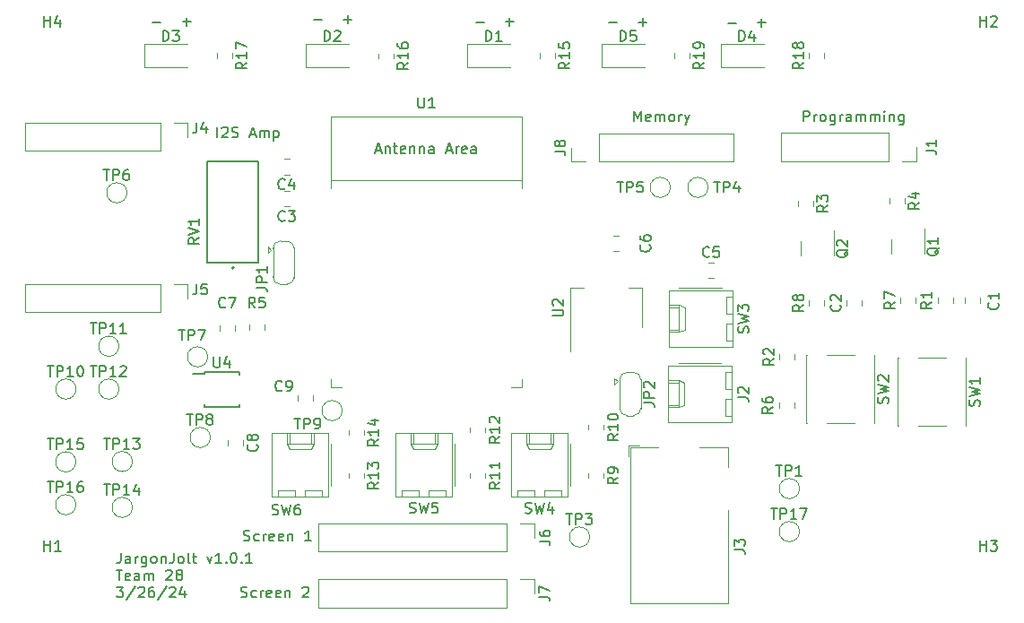
<source format=gto>
G04 #@! TF.GenerationSoftware,KiCad,Pcbnew,7.0.10*
G04 #@! TF.CreationDate,2024-03-26T02:27:44-05:00*
G04 #@! TF.ProjectId,JargonJolt,4a617267-6f6e-44a6-9f6c-742e6b696361,rev?*
G04 #@! TF.SameCoordinates,Original*
G04 #@! TF.FileFunction,Legend,Top*
G04 #@! TF.FilePolarity,Positive*
%FSLAX46Y46*%
G04 Gerber Fmt 4.6, Leading zero omitted, Abs format (unit mm)*
G04 Created by KiCad (PCBNEW 7.0.10) date 2024-03-26 02:27:44*
%MOMM*%
%LPD*%
G01*
G04 APERTURE LIST*
%ADD10C,0.150000*%
%ADD11C,0.120000*%
%ADD12C,0.127000*%
%ADD13C,0.200000*%
G04 APERTURE END LIST*
D10*
X179613743Y-57882546D02*
X180375648Y-57882546D01*
X182411958Y-57851627D02*
X183173863Y-57851627D01*
X182792910Y-58232580D02*
X182792910Y-57470675D01*
X168374504Y-57851627D02*
X169136409Y-57851627D01*
X171172719Y-57820708D02*
X171934624Y-57820708D01*
X171553671Y-58201661D02*
X171553671Y-57439756D01*
X158603940Y-57758869D02*
X159365845Y-57758869D01*
X158984892Y-58139822D02*
X158984892Y-57377917D01*
X155805725Y-57789788D02*
X156567630Y-57789788D01*
X143314246Y-57557892D02*
X144076151Y-57557892D01*
X143695198Y-57938845D02*
X143695198Y-57176940D01*
X140516031Y-57588811D02*
X141277936Y-57588811D01*
X125319095Y-57789788D02*
X126081000Y-57789788D01*
X128117310Y-57758869D02*
X128879215Y-57758869D01*
X128498262Y-58139822D02*
X128498262Y-57377917D01*
X170770779Y-67179819D02*
X170770779Y-66179819D01*
X170770779Y-66179819D02*
X171104112Y-66894104D01*
X171104112Y-66894104D02*
X171437445Y-66179819D01*
X171437445Y-66179819D02*
X171437445Y-67179819D01*
X172294588Y-67132200D02*
X172199350Y-67179819D01*
X172199350Y-67179819D02*
X172008874Y-67179819D01*
X172008874Y-67179819D02*
X171913636Y-67132200D01*
X171913636Y-67132200D02*
X171866017Y-67036961D01*
X171866017Y-67036961D02*
X171866017Y-66656009D01*
X171866017Y-66656009D02*
X171913636Y-66560771D01*
X171913636Y-66560771D02*
X172008874Y-66513152D01*
X172008874Y-66513152D02*
X172199350Y-66513152D01*
X172199350Y-66513152D02*
X172294588Y-66560771D01*
X172294588Y-66560771D02*
X172342207Y-66656009D01*
X172342207Y-66656009D02*
X172342207Y-66751247D01*
X172342207Y-66751247D02*
X171866017Y-66846485D01*
X172770779Y-67179819D02*
X172770779Y-66513152D01*
X172770779Y-66608390D02*
X172818398Y-66560771D01*
X172818398Y-66560771D02*
X172913636Y-66513152D01*
X172913636Y-66513152D02*
X173056493Y-66513152D01*
X173056493Y-66513152D02*
X173151731Y-66560771D01*
X173151731Y-66560771D02*
X173199350Y-66656009D01*
X173199350Y-66656009D02*
X173199350Y-67179819D01*
X173199350Y-66656009D02*
X173246969Y-66560771D01*
X173246969Y-66560771D02*
X173342207Y-66513152D01*
X173342207Y-66513152D02*
X173485064Y-66513152D01*
X173485064Y-66513152D02*
X173580303Y-66560771D01*
X173580303Y-66560771D02*
X173627922Y-66656009D01*
X173627922Y-66656009D02*
X173627922Y-67179819D01*
X174246969Y-67179819D02*
X174151731Y-67132200D01*
X174151731Y-67132200D02*
X174104112Y-67084580D01*
X174104112Y-67084580D02*
X174056493Y-66989342D01*
X174056493Y-66989342D02*
X174056493Y-66703628D01*
X174056493Y-66703628D02*
X174104112Y-66608390D01*
X174104112Y-66608390D02*
X174151731Y-66560771D01*
X174151731Y-66560771D02*
X174246969Y-66513152D01*
X174246969Y-66513152D02*
X174389826Y-66513152D01*
X174389826Y-66513152D02*
X174485064Y-66560771D01*
X174485064Y-66560771D02*
X174532683Y-66608390D01*
X174532683Y-66608390D02*
X174580302Y-66703628D01*
X174580302Y-66703628D02*
X174580302Y-66989342D01*
X174580302Y-66989342D02*
X174532683Y-67084580D01*
X174532683Y-67084580D02*
X174485064Y-67132200D01*
X174485064Y-67132200D02*
X174389826Y-67179819D01*
X174389826Y-67179819D02*
X174246969Y-67179819D01*
X175008874Y-67179819D02*
X175008874Y-66513152D01*
X175008874Y-66703628D02*
X175056493Y-66608390D01*
X175056493Y-66608390D02*
X175104112Y-66560771D01*
X175104112Y-66560771D02*
X175199350Y-66513152D01*
X175199350Y-66513152D02*
X175294588Y-66513152D01*
X175532684Y-66513152D02*
X175770779Y-67179819D01*
X176008874Y-66513152D02*
X175770779Y-67179819D01*
X175770779Y-67179819D02*
X175675541Y-67417914D01*
X175675541Y-67417914D02*
X175627922Y-67465533D01*
X175627922Y-67465533D02*
X175532684Y-67513152D01*
X122288493Y-107917819D02*
X122288493Y-108632104D01*
X122288493Y-108632104D02*
X122240874Y-108774961D01*
X122240874Y-108774961D02*
X122145636Y-108870200D01*
X122145636Y-108870200D02*
X122002779Y-108917819D01*
X122002779Y-108917819D02*
X121907541Y-108917819D01*
X123193255Y-108917819D02*
X123193255Y-108394009D01*
X123193255Y-108394009D02*
X123145636Y-108298771D01*
X123145636Y-108298771D02*
X123050398Y-108251152D01*
X123050398Y-108251152D02*
X122859922Y-108251152D01*
X122859922Y-108251152D02*
X122764684Y-108298771D01*
X123193255Y-108870200D02*
X123098017Y-108917819D01*
X123098017Y-108917819D02*
X122859922Y-108917819D01*
X122859922Y-108917819D02*
X122764684Y-108870200D01*
X122764684Y-108870200D02*
X122717065Y-108774961D01*
X122717065Y-108774961D02*
X122717065Y-108679723D01*
X122717065Y-108679723D02*
X122764684Y-108584485D01*
X122764684Y-108584485D02*
X122859922Y-108536866D01*
X122859922Y-108536866D02*
X123098017Y-108536866D01*
X123098017Y-108536866D02*
X123193255Y-108489247D01*
X123669446Y-108917819D02*
X123669446Y-108251152D01*
X123669446Y-108441628D02*
X123717065Y-108346390D01*
X123717065Y-108346390D02*
X123764684Y-108298771D01*
X123764684Y-108298771D02*
X123859922Y-108251152D01*
X123859922Y-108251152D02*
X123955160Y-108251152D01*
X124717065Y-108251152D02*
X124717065Y-109060676D01*
X124717065Y-109060676D02*
X124669446Y-109155914D01*
X124669446Y-109155914D02*
X124621827Y-109203533D01*
X124621827Y-109203533D02*
X124526589Y-109251152D01*
X124526589Y-109251152D02*
X124383732Y-109251152D01*
X124383732Y-109251152D02*
X124288494Y-109203533D01*
X124717065Y-108870200D02*
X124621827Y-108917819D01*
X124621827Y-108917819D02*
X124431351Y-108917819D01*
X124431351Y-108917819D02*
X124336113Y-108870200D01*
X124336113Y-108870200D02*
X124288494Y-108822580D01*
X124288494Y-108822580D02*
X124240875Y-108727342D01*
X124240875Y-108727342D02*
X124240875Y-108441628D01*
X124240875Y-108441628D02*
X124288494Y-108346390D01*
X124288494Y-108346390D02*
X124336113Y-108298771D01*
X124336113Y-108298771D02*
X124431351Y-108251152D01*
X124431351Y-108251152D02*
X124621827Y-108251152D01*
X124621827Y-108251152D02*
X124717065Y-108298771D01*
X125336113Y-108917819D02*
X125240875Y-108870200D01*
X125240875Y-108870200D02*
X125193256Y-108822580D01*
X125193256Y-108822580D02*
X125145637Y-108727342D01*
X125145637Y-108727342D02*
X125145637Y-108441628D01*
X125145637Y-108441628D02*
X125193256Y-108346390D01*
X125193256Y-108346390D02*
X125240875Y-108298771D01*
X125240875Y-108298771D02*
X125336113Y-108251152D01*
X125336113Y-108251152D02*
X125478970Y-108251152D01*
X125478970Y-108251152D02*
X125574208Y-108298771D01*
X125574208Y-108298771D02*
X125621827Y-108346390D01*
X125621827Y-108346390D02*
X125669446Y-108441628D01*
X125669446Y-108441628D02*
X125669446Y-108727342D01*
X125669446Y-108727342D02*
X125621827Y-108822580D01*
X125621827Y-108822580D02*
X125574208Y-108870200D01*
X125574208Y-108870200D02*
X125478970Y-108917819D01*
X125478970Y-108917819D02*
X125336113Y-108917819D01*
X126098018Y-108251152D02*
X126098018Y-108917819D01*
X126098018Y-108346390D02*
X126145637Y-108298771D01*
X126145637Y-108298771D02*
X126240875Y-108251152D01*
X126240875Y-108251152D02*
X126383732Y-108251152D01*
X126383732Y-108251152D02*
X126478970Y-108298771D01*
X126478970Y-108298771D02*
X126526589Y-108394009D01*
X126526589Y-108394009D02*
X126526589Y-108917819D01*
X127288494Y-107917819D02*
X127288494Y-108632104D01*
X127288494Y-108632104D02*
X127240875Y-108774961D01*
X127240875Y-108774961D02*
X127145637Y-108870200D01*
X127145637Y-108870200D02*
X127002780Y-108917819D01*
X127002780Y-108917819D02*
X126907542Y-108917819D01*
X127907542Y-108917819D02*
X127812304Y-108870200D01*
X127812304Y-108870200D02*
X127764685Y-108822580D01*
X127764685Y-108822580D02*
X127717066Y-108727342D01*
X127717066Y-108727342D02*
X127717066Y-108441628D01*
X127717066Y-108441628D02*
X127764685Y-108346390D01*
X127764685Y-108346390D02*
X127812304Y-108298771D01*
X127812304Y-108298771D02*
X127907542Y-108251152D01*
X127907542Y-108251152D02*
X128050399Y-108251152D01*
X128050399Y-108251152D02*
X128145637Y-108298771D01*
X128145637Y-108298771D02*
X128193256Y-108346390D01*
X128193256Y-108346390D02*
X128240875Y-108441628D01*
X128240875Y-108441628D02*
X128240875Y-108727342D01*
X128240875Y-108727342D02*
X128193256Y-108822580D01*
X128193256Y-108822580D02*
X128145637Y-108870200D01*
X128145637Y-108870200D02*
X128050399Y-108917819D01*
X128050399Y-108917819D02*
X127907542Y-108917819D01*
X128812304Y-108917819D02*
X128717066Y-108870200D01*
X128717066Y-108870200D02*
X128669447Y-108774961D01*
X128669447Y-108774961D02*
X128669447Y-107917819D01*
X129050400Y-108251152D02*
X129431352Y-108251152D01*
X129193257Y-107917819D02*
X129193257Y-108774961D01*
X129193257Y-108774961D02*
X129240876Y-108870200D01*
X129240876Y-108870200D02*
X129336114Y-108917819D01*
X129336114Y-108917819D02*
X129431352Y-108917819D01*
X130431353Y-108251152D02*
X130669448Y-108917819D01*
X130669448Y-108917819D02*
X130907543Y-108251152D01*
X131812305Y-108917819D02*
X131240877Y-108917819D01*
X131526591Y-108917819D02*
X131526591Y-107917819D01*
X131526591Y-107917819D02*
X131431353Y-108060676D01*
X131431353Y-108060676D02*
X131336115Y-108155914D01*
X131336115Y-108155914D02*
X131240877Y-108203533D01*
X132240877Y-108822580D02*
X132288496Y-108870200D01*
X132288496Y-108870200D02*
X132240877Y-108917819D01*
X132240877Y-108917819D02*
X132193258Y-108870200D01*
X132193258Y-108870200D02*
X132240877Y-108822580D01*
X132240877Y-108822580D02*
X132240877Y-108917819D01*
X132907543Y-107917819D02*
X133002781Y-107917819D01*
X133002781Y-107917819D02*
X133098019Y-107965438D01*
X133098019Y-107965438D02*
X133145638Y-108013057D01*
X133145638Y-108013057D02*
X133193257Y-108108295D01*
X133193257Y-108108295D02*
X133240876Y-108298771D01*
X133240876Y-108298771D02*
X133240876Y-108536866D01*
X133240876Y-108536866D02*
X133193257Y-108727342D01*
X133193257Y-108727342D02*
X133145638Y-108822580D01*
X133145638Y-108822580D02*
X133098019Y-108870200D01*
X133098019Y-108870200D02*
X133002781Y-108917819D01*
X133002781Y-108917819D02*
X132907543Y-108917819D01*
X132907543Y-108917819D02*
X132812305Y-108870200D01*
X132812305Y-108870200D02*
X132764686Y-108822580D01*
X132764686Y-108822580D02*
X132717067Y-108727342D01*
X132717067Y-108727342D02*
X132669448Y-108536866D01*
X132669448Y-108536866D02*
X132669448Y-108298771D01*
X132669448Y-108298771D02*
X132717067Y-108108295D01*
X132717067Y-108108295D02*
X132764686Y-108013057D01*
X132764686Y-108013057D02*
X132812305Y-107965438D01*
X132812305Y-107965438D02*
X132907543Y-107917819D01*
X133669448Y-108822580D02*
X133717067Y-108870200D01*
X133717067Y-108870200D02*
X133669448Y-108917819D01*
X133669448Y-108917819D02*
X133621829Y-108870200D01*
X133621829Y-108870200D02*
X133669448Y-108822580D01*
X133669448Y-108822580D02*
X133669448Y-108917819D01*
X134669447Y-108917819D02*
X134098019Y-108917819D01*
X134383733Y-108917819D02*
X134383733Y-107917819D01*
X134383733Y-107917819D02*
X134288495Y-108060676D01*
X134288495Y-108060676D02*
X134193257Y-108155914D01*
X134193257Y-108155914D02*
X134098019Y-108203533D01*
X121859922Y-109527819D02*
X122431350Y-109527819D01*
X122145636Y-110527819D02*
X122145636Y-109527819D01*
X123145636Y-110480200D02*
X123050398Y-110527819D01*
X123050398Y-110527819D02*
X122859922Y-110527819D01*
X122859922Y-110527819D02*
X122764684Y-110480200D01*
X122764684Y-110480200D02*
X122717065Y-110384961D01*
X122717065Y-110384961D02*
X122717065Y-110004009D01*
X122717065Y-110004009D02*
X122764684Y-109908771D01*
X122764684Y-109908771D02*
X122859922Y-109861152D01*
X122859922Y-109861152D02*
X123050398Y-109861152D01*
X123050398Y-109861152D02*
X123145636Y-109908771D01*
X123145636Y-109908771D02*
X123193255Y-110004009D01*
X123193255Y-110004009D02*
X123193255Y-110099247D01*
X123193255Y-110099247D02*
X122717065Y-110194485D01*
X124050398Y-110527819D02*
X124050398Y-110004009D01*
X124050398Y-110004009D02*
X124002779Y-109908771D01*
X124002779Y-109908771D02*
X123907541Y-109861152D01*
X123907541Y-109861152D02*
X123717065Y-109861152D01*
X123717065Y-109861152D02*
X123621827Y-109908771D01*
X124050398Y-110480200D02*
X123955160Y-110527819D01*
X123955160Y-110527819D02*
X123717065Y-110527819D01*
X123717065Y-110527819D02*
X123621827Y-110480200D01*
X123621827Y-110480200D02*
X123574208Y-110384961D01*
X123574208Y-110384961D02*
X123574208Y-110289723D01*
X123574208Y-110289723D02*
X123621827Y-110194485D01*
X123621827Y-110194485D02*
X123717065Y-110146866D01*
X123717065Y-110146866D02*
X123955160Y-110146866D01*
X123955160Y-110146866D02*
X124050398Y-110099247D01*
X124526589Y-110527819D02*
X124526589Y-109861152D01*
X124526589Y-109956390D02*
X124574208Y-109908771D01*
X124574208Y-109908771D02*
X124669446Y-109861152D01*
X124669446Y-109861152D02*
X124812303Y-109861152D01*
X124812303Y-109861152D02*
X124907541Y-109908771D01*
X124907541Y-109908771D02*
X124955160Y-110004009D01*
X124955160Y-110004009D02*
X124955160Y-110527819D01*
X124955160Y-110004009D02*
X125002779Y-109908771D01*
X125002779Y-109908771D02*
X125098017Y-109861152D01*
X125098017Y-109861152D02*
X125240874Y-109861152D01*
X125240874Y-109861152D02*
X125336113Y-109908771D01*
X125336113Y-109908771D02*
X125383732Y-110004009D01*
X125383732Y-110004009D02*
X125383732Y-110527819D01*
X126574208Y-109623057D02*
X126621827Y-109575438D01*
X126621827Y-109575438D02*
X126717065Y-109527819D01*
X126717065Y-109527819D02*
X126955160Y-109527819D01*
X126955160Y-109527819D02*
X127050398Y-109575438D01*
X127050398Y-109575438D02*
X127098017Y-109623057D01*
X127098017Y-109623057D02*
X127145636Y-109718295D01*
X127145636Y-109718295D02*
X127145636Y-109813533D01*
X127145636Y-109813533D02*
X127098017Y-109956390D01*
X127098017Y-109956390D02*
X126526589Y-110527819D01*
X126526589Y-110527819D02*
X127145636Y-110527819D01*
X127717065Y-109956390D02*
X127621827Y-109908771D01*
X127621827Y-109908771D02*
X127574208Y-109861152D01*
X127574208Y-109861152D02*
X127526589Y-109765914D01*
X127526589Y-109765914D02*
X127526589Y-109718295D01*
X127526589Y-109718295D02*
X127574208Y-109623057D01*
X127574208Y-109623057D02*
X127621827Y-109575438D01*
X127621827Y-109575438D02*
X127717065Y-109527819D01*
X127717065Y-109527819D02*
X127907541Y-109527819D01*
X127907541Y-109527819D02*
X128002779Y-109575438D01*
X128002779Y-109575438D02*
X128050398Y-109623057D01*
X128050398Y-109623057D02*
X128098017Y-109718295D01*
X128098017Y-109718295D02*
X128098017Y-109765914D01*
X128098017Y-109765914D02*
X128050398Y-109861152D01*
X128050398Y-109861152D02*
X128002779Y-109908771D01*
X128002779Y-109908771D02*
X127907541Y-109956390D01*
X127907541Y-109956390D02*
X127717065Y-109956390D01*
X127717065Y-109956390D02*
X127621827Y-110004009D01*
X127621827Y-110004009D02*
X127574208Y-110051628D01*
X127574208Y-110051628D02*
X127526589Y-110146866D01*
X127526589Y-110146866D02*
X127526589Y-110337342D01*
X127526589Y-110337342D02*
X127574208Y-110432580D01*
X127574208Y-110432580D02*
X127621827Y-110480200D01*
X127621827Y-110480200D02*
X127717065Y-110527819D01*
X127717065Y-110527819D02*
X127907541Y-110527819D01*
X127907541Y-110527819D02*
X128002779Y-110480200D01*
X128002779Y-110480200D02*
X128050398Y-110432580D01*
X128050398Y-110432580D02*
X128098017Y-110337342D01*
X128098017Y-110337342D02*
X128098017Y-110146866D01*
X128098017Y-110146866D02*
X128050398Y-110051628D01*
X128050398Y-110051628D02*
X128002779Y-110004009D01*
X128002779Y-110004009D02*
X127907541Y-109956390D01*
X121907541Y-111137819D02*
X122526588Y-111137819D01*
X122526588Y-111137819D02*
X122193255Y-111518771D01*
X122193255Y-111518771D02*
X122336112Y-111518771D01*
X122336112Y-111518771D02*
X122431350Y-111566390D01*
X122431350Y-111566390D02*
X122478969Y-111614009D01*
X122478969Y-111614009D02*
X122526588Y-111709247D01*
X122526588Y-111709247D02*
X122526588Y-111947342D01*
X122526588Y-111947342D02*
X122478969Y-112042580D01*
X122478969Y-112042580D02*
X122431350Y-112090200D01*
X122431350Y-112090200D02*
X122336112Y-112137819D01*
X122336112Y-112137819D02*
X122050398Y-112137819D01*
X122050398Y-112137819D02*
X121955160Y-112090200D01*
X121955160Y-112090200D02*
X121907541Y-112042580D01*
X123669445Y-111090200D02*
X122812303Y-112375914D01*
X123955160Y-111233057D02*
X124002779Y-111185438D01*
X124002779Y-111185438D02*
X124098017Y-111137819D01*
X124098017Y-111137819D02*
X124336112Y-111137819D01*
X124336112Y-111137819D02*
X124431350Y-111185438D01*
X124431350Y-111185438D02*
X124478969Y-111233057D01*
X124478969Y-111233057D02*
X124526588Y-111328295D01*
X124526588Y-111328295D02*
X124526588Y-111423533D01*
X124526588Y-111423533D02*
X124478969Y-111566390D01*
X124478969Y-111566390D02*
X123907541Y-112137819D01*
X123907541Y-112137819D02*
X124526588Y-112137819D01*
X125383731Y-111137819D02*
X125193255Y-111137819D01*
X125193255Y-111137819D02*
X125098017Y-111185438D01*
X125098017Y-111185438D02*
X125050398Y-111233057D01*
X125050398Y-111233057D02*
X124955160Y-111375914D01*
X124955160Y-111375914D02*
X124907541Y-111566390D01*
X124907541Y-111566390D02*
X124907541Y-111947342D01*
X124907541Y-111947342D02*
X124955160Y-112042580D01*
X124955160Y-112042580D02*
X125002779Y-112090200D01*
X125002779Y-112090200D02*
X125098017Y-112137819D01*
X125098017Y-112137819D02*
X125288493Y-112137819D01*
X125288493Y-112137819D02*
X125383731Y-112090200D01*
X125383731Y-112090200D02*
X125431350Y-112042580D01*
X125431350Y-112042580D02*
X125478969Y-111947342D01*
X125478969Y-111947342D02*
X125478969Y-111709247D01*
X125478969Y-111709247D02*
X125431350Y-111614009D01*
X125431350Y-111614009D02*
X125383731Y-111566390D01*
X125383731Y-111566390D02*
X125288493Y-111518771D01*
X125288493Y-111518771D02*
X125098017Y-111518771D01*
X125098017Y-111518771D02*
X125002779Y-111566390D01*
X125002779Y-111566390D02*
X124955160Y-111614009D01*
X124955160Y-111614009D02*
X124907541Y-111709247D01*
X126621826Y-111090200D02*
X125764684Y-112375914D01*
X126907541Y-111233057D02*
X126955160Y-111185438D01*
X126955160Y-111185438D02*
X127050398Y-111137819D01*
X127050398Y-111137819D02*
X127288493Y-111137819D01*
X127288493Y-111137819D02*
X127383731Y-111185438D01*
X127383731Y-111185438D02*
X127431350Y-111233057D01*
X127431350Y-111233057D02*
X127478969Y-111328295D01*
X127478969Y-111328295D02*
X127478969Y-111423533D01*
X127478969Y-111423533D02*
X127431350Y-111566390D01*
X127431350Y-111566390D02*
X126859922Y-112137819D01*
X126859922Y-112137819D02*
X127478969Y-112137819D01*
X128336112Y-111471152D02*
X128336112Y-112137819D01*
X128098017Y-111090200D02*
X127859922Y-111804485D01*
X127859922Y-111804485D02*
X128478969Y-111804485D01*
X186772779Y-67179819D02*
X186772779Y-66179819D01*
X186772779Y-66179819D02*
X187153731Y-66179819D01*
X187153731Y-66179819D02*
X187248969Y-66227438D01*
X187248969Y-66227438D02*
X187296588Y-66275057D01*
X187296588Y-66275057D02*
X187344207Y-66370295D01*
X187344207Y-66370295D02*
X187344207Y-66513152D01*
X187344207Y-66513152D02*
X187296588Y-66608390D01*
X187296588Y-66608390D02*
X187248969Y-66656009D01*
X187248969Y-66656009D02*
X187153731Y-66703628D01*
X187153731Y-66703628D02*
X186772779Y-66703628D01*
X187772779Y-67179819D02*
X187772779Y-66513152D01*
X187772779Y-66703628D02*
X187820398Y-66608390D01*
X187820398Y-66608390D02*
X187868017Y-66560771D01*
X187868017Y-66560771D02*
X187963255Y-66513152D01*
X187963255Y-66513152D02*
X188058493Y-66513152D01*
X188534684Y-67179819D02*
X188439446Y-67132200D01*
X188439446Y-67132200D02*
X188391827Y-67084580D01*
X188391827Y-67084580D02*
X188344208Y-66989342D01*
X188344208Y-66989342D02*
X188344208Y-66703628D01*
X188344208Y-66703628D02*
X188391827Y-66608390D01*
X188391827Y-66608390D02*
X188439446Y-66560771D01*
X188439446Y-66560771D02*
X188534684Y-66513152D01*
X188534684Y-66513152D02*
X188677541Y-66513152D01*
X188677541Y-66513152D02*
X188772779Y-66560771D01*
X188772779Y-66560771D02*
X188820398Y-66608390D01*
X188820398Y-66608390D02*
X188868017Y-66703628D01*
X188868017Y-66703628D02*
X188868017Y-66989342D01*
X188868017Y-66989342D02*
X188820398Y-67084580D01*
X188820398Y-67084580D02*
X188772779Y-67132200D01*
X188772779Y-67132200D02*
X188677541Y-67179819D01*
X188677541Y-67179819D02*
X188534684Y-67179819D01*
X189725160Y-66513152D02*
X189725160Y-67322676D01*
X189725160Y-67322676D02*
X189677541Y-67417914D01*
X189677541Y-67417914D02*
X189629922Y-67465533D01*
X189629922Y-67465533D02*
X189534684Y-67513152D01*
X189534684Y-67513152D02*
X189391827Y-67513152D01*
X189391827Y-67513152D02*
X189296589Y-67465533D01*
X189725160Y-67132200D02*
X189629922Y-67179819D01*
X189629922Y-67179819D02*
X189439446Y-67179819D01*
X189439446Y-67179819D02*
X189344208Y-67132200D01*
X189344208Y-67132200D02*
X189296589Y-67084580D01*
X189296589Y-67084580D02*
X189248970Y-66989342D01*
X189248970Y-66989342D02*
X189248970Y-66703628D01*
X189248970Y-66703628D02*
X189296589Y-66608390D01*
X189296589Y-66608390D02*
X189344208Y-66560771D01*
X189344208Y-66560771D02*
X189439446Y-66513152D01*
X189439446Y-66513152D02*
X189629922Y-66513152D01*
X189629922Y-66513152D02*
X189725160Y-66560771D01*
X190201351Y-67179819D02*
X190201351Y-66513152D01*
X190201351Y-66703628D02*
X190248970Y-66608390D01*
X190248970Y-66608390D02*
X190296589Y-66560771D01*
X190296589Y-66560771D02*
X190391827Y-66513152D01*
X190391827Y-66513152D02*
X190487065Y-66513152D01*
X191248970Y-67179819D02*
X191248970Y-66656009D01*
X191248970Y-66656009D02*
X191201351Y-66560771D01*
X191201351Y-66560771D02*
X191106113Y-66513152D01*
X191106113Y-66513152D02*
X190915637Y-66513152D01*
X190915637Y-66513152D02*
X190820399Y-66560771D01*
X191248970Y-67132200D02*
X191153732Y-67179819D01*
X191153732Y-67179819D02*
X190915637Y-67179819D01*
X190915637Y-67179819D02*
X190820399Y-67132200D01*
X190820399Y-67132200D02*
X190772780Y-67036961D01*
X190772780Y-67036961D02*
X190772780Y-66941723D01*
X190772780Y-66941723D02*
X190820399Y-66846485D01*
X190820399Y-66846485D02*
X190915637Y-66798866D01*
X190915637Y-66798866D02*
X191153732Y-66798866D01*
X191153732Y-66798866D02*
X191248970Y-66751247D01*
X191725161Y-67179819D02*
X191725161Y-66513152D01*
X191725161Y-66608390D02*
X191772780Y-66560771D01*
X191772780Y-66560771D02*
X191868018Y-66513152D01*
X191868018Y-66513152D02*
X192010875Y-66513152D01*
X192010875Y-66513152D02*
X192106113Y-66560771D01*
X192106113Y-66560771D02*
X192153732Y-66656009D01*
X192153732Y-66656009D02*
X192153732Y-67179819D01*
X192153732Y-66656009D02*
X192201351Y-66560771D01*
X192201351Y-66560771D02*
X192296589Y-66513152D01*
X192296589Y-66513152D02*
X192439446Y-66513152D01*
X192439446Y-66513152D02*
X192534685Y-66560771D01*
X192534685Y-66560771D02*
X192582304Y-66656009D01*
X192582304Y-66656009D02*
X192582304Y-67179819D01*
X193058494Y-67179819D02*
X193058494Y-66513152D01*
X193058494Y-66608390D02*
X193106113Y-66560771D01*
X193106113Y-66560771D02*
X193201351Y-66513152D01*
X193201351Y-66513152D02*
X193344208Y-66513152D01*
X193344208Y-66513152D02*
X193439446Y-66560771D01*
X193439446Y-66560771D02*
X193487065Y-66656009D01*
X193487065Y-66656009D02*
X193487065Y-67179819D01*
X193487065Y-66656009D02*
X193534684Y-66560771D01*
X193534684Y-66560771D02*
X193629922Y-66513152D01*
X193629922Y-66513152D02*
X193772779Y-66513152D01*
X193772779Y-66513152D02*
X193868018Y-66560771D01*
X193868018Y-66560771D02*
X193915637Y-66656009D01*
X193915637Y-66656009D02*
X193915637Y-67179819D01*
X194391827Y-67179819D02*
X194391827Y-66513152D01*
X194391827Y-66179819D02*
X194344208Y-66227438D01*
X194344208Y-66227438D02*
X194391827Y-66275057D01*
X194391827Y-66275057D02*
X194439446Y-66227438D01*
X194439446Y-66227438D02*
X194391827Y-66179819D01*
X194391827Y-66179819D02*
X194391827Y-66275057D01*
X194868017Y-66513152D02*
X194868017Y-67179819D01*
X194868017Y-66608390D02*
X194915636Y-66560771D01*
X194915636Y-66560771D02*
X195010874Y-66513152D01*
X195010874Y-66513152D02*
X195153731Y-66513152D01*
X195153731Y-66513152D02*
X195248969Y-66560771D01*
X195248969Y-66560771D02*
X195296588Y-66656009D01*
X195296588Y-66656009D02*
X195296588Y-67179819D01*
X196201350Y-66513152D02*
X196201350Y-67322676D01*
X196201350Y-67322676D02*
X196153731Y-67417914D01*
X196153731Y-67417914D02*
X196106112Y-67465533D01*
X196106112Y-67465533D02*
X196010874Y-67513152D01*
X196010874Y-67513152D02*
X195868017Y-67513152D01*
X195868017Y-67513152D02*
X195772779Y-67465533D01*
X196201350Y-67132200D02*
X196106112Y-67179819D01*
X196106112Y-67179819D02*
X195915636Y-67179819D01*
X195915636Y-67179819D02*
X195820398Y-67132200D01*
X195820398Y-67132200D02*
X195772779Y-67084580D01*
X195772779Y-67084580D02*
X195725160Y-66989342D01*
X195725160Y-66989342D02*
X195725160Y-66703628D01*
X195725160Y-66703628D02*
X195772779Y-66608390D01*
X195772779Y-66608390D02*
X195820398Y-66560771D01*
X195820398Y-66560771D02*
X195915636Y-66513152D01*
X195915636Y-66513152D02*
X196106112Y-66513152D01*
X196106112Y-66513152D02*
X196201350Y-66560771D01*
X131400779Y-68703819D02*
X131400779Y-67703819D01*
X131829350Y-67799057D02*
X131876969Y-67751438D01*
X131876969Y-67751438D02*
X131972207Y-67703819D01*
X131972207Y-67703819D02*
X132210302Y-67703819D01*
X132210302Y-67703819D02*
X132305540Y-67751438D01*
X132305540Y-67751438D02*
X132353159Y-67799057D01*
X132353159Y-67799057D02*
X132400778Y-67894295D01*
X132400778Y-67894295D02*
X132400778Y-67989533D01*
X132400778Y-67989533D02*
X132353159Y-68132390D01*
X132353159Y-68132390D02*
X131781731Y-68703819D01*
X131781731Y-68703819D02*
X132400778Y-68703819D01*
X132781731Y-68656200D02*
X132924588Y-68703819D01*
X132924588Y-68703819D02*
X133162683Y-68703819D01*
X133162683Y-68703819D02*
X133257921Y-68656200D01*
X133257921Y-68656200D02*
X133305540Y-68608580D01*
X133305540Y-68608580D02*
X133353159Y-68513342D01*
X133353159Y-68513342D02*
X133353159Y-68418104D01*
X133353159Y-68418104D02*
X133305540Y-68322866D01*
X133305540Y-68322866D02*
X133257921Y-68275247D01*
X133257921Y-68275247D02*
X133162683Y-68227628D01*
X133162683Y-68227628D02*
X132972207Y-68180009D01*
X132972207Y-68180009D02*
X132876969Y-68132390D01*
X132876969Y-68132390D02*
X132829350Y-68084771D01*
X132829350Y-68084771D02*
X132781731Y-67989533D01*
X132781731Y-67989533D02*
X132781731Y-67894295D01*
X132781731Y-67894295D02*
X132829350Y-67799057D01*
X132829350Y-67799057D02*
X132876969Y-67751438D01*
X132876969Y-67751438D02*
X132972207Y-67703819D01*
X132972207Y-67703819D02*
X133210302Y-67703819D01*
X133210302Y-67703819D02*
X133353159Y-67751438D01*
X134496017Y-68418104D02*
X134972207Y-68418104D01*
X134400779Y-68703819D02*
X134734112Y-67703819D01*
X134734112Y-67703819D02*
X135067445Y-68703819D01*
X135400779Y-68703819D02*
X135400779Y-68037152D01*
X135400779Y-68132390D02*
X135448398Y-68084771D01*
X135448398Y-68084771D02*
X135543636Y-68037152D01*
X135543636Y-68037152D02*
X135686493Y-68037152D01*
X135686493Y-68037152D02*
X135781731Y-68084771D01*
X135781731Y-68084771D02*
X135829350Y-68180009D01*
X135829350Y-68180009D02*
X135829350Y-68703819D01*
X135829350Y-68180009D02*
X135876969Y-68084771D01*
X135876969Y-68084771D02*
X135972207Y-68037152D01*
X135972207Y-68037152D02*
X136115064Y-68037152D01*
X136115064Y-68037152D02*
X136210303Y-68084771D01*
X136210303Y-68084771D02*
X136257922Y-68180009D01*
X136257922Y-68180009D02*
X136257922Y-68703819D01*
X136734112Y-68037152D02*
X136734112Y-69037152D01*
X136734112Y-68084771D02*
X136829350Y-68037152D01*
X136829350Y-68037152D02*
X137019826Y-68037152D01*
X137019826Y-68037152D02*
X137115064Y-68084771D01*
X137115064Y-68084771D02*
X137162683Y-68132390D01*
X137162683Y-68132390D02*
X137210302Y-68227628D01*
X137210302Y-68227628D02*
X137210302Y-68513342D01*
X137210302Y-68513342D02*
X137162683Y-68608580D01*
X137162683Y-68608580D02*
X137115064Y-68656200D01*
X137115064Y-68656200D02*
X137019826Y-68703819D01*
X137019826Y-68703819D02*
X136829350Y-68703819D01*
X136829350Y-68703819D02*
X136734112Y-68656200D01*
X133893160Y-106756200D02*
X134036017Y-106803819D01*
X134036017Y-106803819D02*
X134274112Y-106803819D01*
X134274112Y-106803819D02*
X134369350Y-106756200D01*
X134369350Y-106756200D02*
X134416969Y-106708580D01*
X134416969Y-106708580D02*
X134464588Y-106613342D01*
X134464588Y-106613342D02*
X134464588Y-106518104D01*
X134464588Y-106518104D02*
X134416969Y-106422866D01*
X134416969Y-106422866D02*
X134369350Y-106375247D01*
X134369350Y-106375247D02*
X134274112Y-106327628D01*
X134274112Y-106327628D02*
X134083636Y-106280009D01*
X134083636Y-106280009D02*
X133988398Y-106232390D01*
X133988398Y-106232390D02*
X133940779Y-106184771D01*
X133940779Y-106184771D02*
X133893160Y-106089533D01*
X133893160Y-106089533D02*
X133893160Y-105994295D01*
X133893160Y-105994295D02*
X133940779Y-105899057D01*
X133940779Y-105899057D02*
X133988398Y-105851438D01*
X133988398Y-105851438D02*
X134083636Y-105803819D01*
X134083636Y-105803819D02*
X134321731Y-105803819D01*
X134321731Y-105803819D02*
X134464588Y-105851438D01*
X135321731Y-106756200D02*
X135226493Y-106803819D01*
X135226493Y-106803819D02*
X135036017Y-106803819D01*
X135036017Y-106803819D02*
X134940779Y-106756200D01*
X134940779Y-106756200D02*
X134893160Y-106708580D01*
X134893160Y-106708580D02*
X134845541Y-106613342D01*
X134845541Y-106613342D02*
X134845541Y-106327628D01*
X134845541Y-106327628D02*
X134893160Y-106232390D01*
X134893160Y-106232390D02*
X134940779Y-106184771D01*
X134940779Y-106184771D02*
X135036017Y-106137152D01*
X135036017Y-106137152D02*
X135226493Y-106137152D01*
X135226493Y-106137152D02*
X135321731Y-106184771D01*
X135750303Y-106803819D02*
X135750303Y-106137152D01*
X135750303Y-106327628D02*
X135797922Y-106232390D01*
X135797922Y-106232390D02*
X135845541Y-106184771D01*
X135845541Y-106184771D02*
X135940779Y-106137152D01*
X135940779Y-106137152D02*
X136036017Y-106137152D01*
X136750303Y-106756200D02*
X136655065Y-106803819D01*
X136655065Y-106803819D02*
X136464589Y-106803819D01*
X136464589Y-106803819D02*
X136369351Y-106756200D01*
X136369351Y-106756200D02*
X136321732Y-106660961D01*
X136321732Y-106660961D02*
X136321732Y-106280009D01*
X136321732Y-106280009D02*
X136369351Y-106184771D01*
X136369351Y-106184771D02*
X136464589Y-106137152D01*
X136464589Y-106137152D02*
X136655065Y-106137152D01*
X136655065Y-106137152D02*
X136750303Y-106184771D01*
X136750303Y-106184771D02*
X136797922Y-106280009D01*
X136797922Y-106280009D02*
X136797922Y-106375247D01*
X136797922Y-106375247D02*
X136321732Y-106470485D01*
X137607446Y-106756200D02*
X137512208Y-106803819D01*
X137512208Y-106803819D02*
X137321732Y-106803819D01*
X137321732Y-106803819D02*
X137226494Y-106756200D01*
X137226494Y-106756200D02*
X137178875Y-106660961D01*
X137178875Y-106660961D02*
X137178875Y-106280009D01*
X137178875Y-106280009D02*
X137226494Y-106184771D01*
X137226494Y-106184771D02*
X137321732Y-106137152D01*
X137321732Y-106137152D02*
X137512208Y-106137152D01*
X137512208Y-106137152D02*
X137607446Y-106184771D01*
X137607446Y-106184771D02*
X137655065Y-106280009D01*
X137655065Y-106280009D02*
X137655065Y-106375247D01*
X137655065Y-106375247D02*
X137178875Y-106470485D01*
X138083637Y-106137152D02*
X138083637Y-106803819D01*
X138083637Y-106232390D02*
X138131256Y-106184771D01*
X138131256Y-106184771D02*
X138226494Y-106137152D01*
X138226494Y-106137152D02*
X138369351Y-106137152D01*
X138369351Y-106137152D02*
X138464589Y-106184771D01*
X138464589Y-106184771D02*
X138512208Y-106280009D01*
X138512208Y-106280009D02*
X138512208Y-106803819D01*
X140274113Y-106803819D02*
X139702685Y-106803819D01*
X139988399Y-106803819D02*
X139988399Y-105803819D01*
X139988399Y-105803819D02*
X139893161Y-105946676D01*
X139893161Y-105946676D02*
X139797923Y-106041914D01*
X139797923Y-106041914D02*
X139702685Y-106089533D01*
X133639160Y-112090200D02*
X133782017Y-112137819D01*
X133782017Y-112137819D02*
X134020112Y-112137819D01*
X134020112Y-112137819D02*
X134115350Y-112090200D01*
X134115350Y-112090200D02*
X134162969Y-112042580D01*
X134162969Y-112042580D02*
X134210588Y-111947342D01*
X134210588Y-111947342D02*
X134210588Y-111852104D01*
X134210588Y-111852104D02*
X134162969Y-111756866D01*
X134162969Y-111756866D02*
X134115350Y-111709247D01*
X134115350Y-111709247D02*
X134020112Y-111661628D01*
X134020112Y-111661628D02*
X133829636Y-111614009D01*
X133829636Y-111614009D02*
X133734398Y-111566390D01*
X133734398Y-111566390D02*
X133686779Y-111518771D01*
X133686779Y-111518771D02*
X133639160Y-111423533D01*
X133639160Y-111423533D02*
X133639160Y-111328295D01*
X133639160Y-111328295D02*
X133686779Y-111233057D01*
X133686779Y-111233057D02*
X133734398Y-111185438D01*
X133734398Y-111185438D02*
X133829636Y-111137819D01*
X133829636Y-111137819D02*
X134067731Y-111137819D01*
X134067731Y-111137819D02*
X134210588Y-111185438D01*
X135067731Y-112090200D02*
X134972493Y-112137819D01*
X134972493Y-112137819D02*
X134782017Y-112137819D01*
X134782017Y-112137819D02*
X134686779Y-112090200D01*
X134686779Y-112090200D02*
X134639160Y-112042580D01*
X134639160Y-112042580D02*
X134591541Y-111947342D01*
X134591541Y-111947342D02*
X134591541Y-111661628D01*
X134591541Y-111661628D02*
X134639160Y-111566390D01*
X134639160Y-111566390D02*
X134686779Y-111518771D01*
X134686779Y-111518771D02*
X134782017Y-111471152D01*
X134782017Y-111471152D02*
X134972493Y-111471152D01*
X134972493Y-111471152D02*
X135067731Y-111518771D01*
X135496303Y-112137819D02*
X135496303Y-111471152D01*
X135496303Y-111661628D02*
X135543922Y-111566390D01*
X135543922Y-111566390D02*
X135591541Y-111518771D01*
X135591541Y-111518771D02*
X135686779Y-111471152D01*
X135686779Y-111471152D02*
X135782017Y-111471152D01*
X136496303Y-112090200D02*
X136401065Y-112137819D01*
X136401065Y-112137819D02*
X136210589Y-112137819D01*
X136210589Y-112137819D02*
X136115351Y-112090200D01*
X136115351Y-112090200D02*
X136067732Y-111994961D01*
X136067732Y-111994961D02*
X136067732Y-111614009D01*
X136067732Y-111614009D02*
X136115351Y-111518771D01*
X136115351Y-111518771D02*
X136210589Y-111471152D01*
X136210589Y-111471152D02*
X136401065Y-111471152D01*
X136401065Y-111471152D02*
X136496303Y-111518771D01*
X136496303Y-111518771D02*
X136543922Y-111614009D01*
X136543922Y-111614009D02*
X136543922Y-111709247D01*
X136543922Y-111709247D02*
X136067732Y-111804485D01*
X137353446Y-112090200D02*
X137258208Y-112137819D01*
X137258208Y-112137819D02*
X137067732Y-112137819D01*
X137067732Y-112137819D02*
X136972494Y-112090200D01*
X136972494Y-112090200D02*
X136924875Y-111994961D01*
X136924875Y-111994961D02*
X136924875Y-111614009D01*
X136924875Y-111614009D02*
X136972494Y-111518771D01*
X136972494Y-111518771D02*
X137067732Y-111471152D01*
X137067732Y-111471152D02*
X137258208Y-111471152D01*
X137258208Y-111471152D02*
X137353446Y-111518771D01*
X137353446Y-111518771D02*
X137401065Y-111614009D01*
X137401065Y-111614009D02*
X137401065Y-111709247D01*
X137401065Y-111709247D02*
X136924875Y-111804485D01*
X137829637Y-111471152D02*
X137829637Y-112137819D01*
X137829637Y-111566390D02*
X137877256Y-111518771D01*
X137877256Y-111518771D02*
X137972494Y-111471152D01*
X137972494Y-111471152D02*
X138115351Y-111471152D01*
X138115351Y-111471152D02*
X138210589Y-111518771D01*
X138210589Y-111518771D02*
X138258208Y-111614009D01*
X138258208Y-111614009D02*
X138258208Y-112137819D01*
X139448685Y-111233057D02*
X139496304Y-111185438D01*
X139496304Y-111185438D02*
X139591542Y-111137819D01*
X139591542Y-111137819D02*
X139829637Y-111137819D01*
X139829637Y-111137819D02*
X139924875Y-111185438D01*
X139924875Y-111185438D02*
X139972494Y-111233057D01*
X139972494Y-111233057D02*
X140020113Y-111328295D01*
X140020113Y-111328295D02*
X140020113Y-111423533D01*
X140020113Y-111423533D02*
X139972494Y-111566390D01*
X139972494Y-111566390D02*
X139401066Y-112137819D01*
X139401066Y-112137819D02*
X140020113Y-112137819D01*
X119419905Y-86212819D02*
X119991333Y-86212819D01*
X119705619Y-87212819D02*
X119705619Y-86212819D01*
X120324667Y-87212819D02*
X120324667Y-86212819D01*
X120324667Y-86212819D02*
X120705619Y-86212819D01*
X120705619Y-86212819D02*
X120800857Y-86260438D01*
X120800857Y-86260438D02*
X120848476Y-86308057D01*
X120848476Y-86308057D02*
X120896095Y-86403295D01*
X120896095Y-86403295D02*
X120896095Y-86546152D01*
X120896095Y-86546152D02*
X120848476Y-86641390D01*
X120848476Y-86641390D02*
X120800857Y-86689009D01*
X120800857Y-86689009D02*
X120705619Y-86736628D01*
X120705619Y-86736628D02*
X120324667Y-86736628D01*
X121848476Y-87212819D02*
X121277048Y-87212819D01*
X121562762Y-87212819D02*
X121562762Y-86212819D01*
X121562762Y-86212819D02*
X121467524Y-86355676D01*
X121467524Y-86355676D02*
X121372286Y-86450914D01*
X121372286Y-86450914D02*
X121277048Y-86498533D01*
X122800857Y-87212819D02*
X122229429Y-87212819D01*
X122515143Y-87212819D02*
X122515143Y-86212819D01*
X122515143Y-86212819D02*
X122419905Y-86355676D01*
X122419905Y-86355676D02*
X122324667Y-86450914D01*
X122324667Y-86450914D02*
X122229429Y-86498533D01*
X158084819Y-101274857D02*
X157608628Y-101608190D01*
X158084819Y-101846285D02*
X157084819Y-101846285D01*
X157084819Y-101846285D02*
X157084819Y-101465333D01*
X157084819Y-101465333D02*
X157132438Y-101370095D01*
X157132438Y-101370095D02*
X157180057Y-101322476D01*
X157180057Y-101322476D02*
X157275295Y-101274857D01*
X157275295Y-101274857D02*
X157418152Y-101274857D01*
X157418152Y-101274857D02*
X157513390Y-101322476D01*
X157513390Y-101322476D02*
X157561009Y-101370095D01*
X157561009Y-101370095D02*
X157608628Y-101465333D01*
X157608628Y-101465333D02*
X157608628Y-101846285D01*
X158084819Y-100322476D02*
X158084819Y-100893904D01*
X158084819Y-100608190D02*
X157084819Y-100608190D01*
X157084819Y-100608190D02*
X157227676Y-100703428D01*
X157227676Y-100703428D02*
X157322914Y-100798666D01*
X157322914Y-100798666D02*
X157370533Y-100893904D01*
X158084819Y-99370095D02*
X158084819Y-99941523D01*
X158084819Y-99655809D02*
X157084819Y-99655809D01*
X157084819Y-99655809D02*
X157227676Y-99751047D01*
X157227676Y-99751047D02*
X157322914Y-99846285D01*
X157322914Y-99846285D02*
X157370533Y-99941523D01*
X115062095Y-107744819D02*
X115062095Y-106744819D01*
X115062095Y-107221009D02*
X115633523Y-107221009D01*
X115633523Y-107744819D02*
X115633523Y-106744819D01*
X116633523Y-107744819D02*
X116062095Y-107744819D01*
X116347809Y-107744819D02*
X116347809Y-106744819D01*
X116347809Y-106744819D02*
X116252571Y-106887676D01*
X116252571Y-106887676D02*
X116157333Y-106982914D01*
X116157333Y-106982914D02*
X116062095Y-107030533D01*
X127770095Y-86830819D02*
X128341523Y-86830819D01*
X128055809Y-87830819D02*
X128055809Y-86830819D01*
X128674857Y-87830819D02*
X128674857Y-86830819D01*
X128674857Y-86830819D02*
X129055809Y-86830819D01*
X129055809Y-86830819D02*
X129151047Y-86878438D01*
X129151047Y-86878438D02*
X129198666Y-86926057D01*
X129198666Y-86926057D02*
X129246285Y-87021295D01*
X129246285Y-87021295D02*
X129246285Y-87164152D01*
X129246285Y-87164152D02*
X129198666Y-87259390D01*
X129198666Y-87259390D02*
X129151047Y-87307009D01*
X129151047Y-87307009D02*
X129055809Y-87354628D01*
X129055809Y-87354628D02*
X128674857Y-87354628D01*
X129579619Y-86830819D02*
X130246285Y-86830819D01*
X130246285Y-86830819D02*
X129817714Y-87830819D01*
X115369905Y-90262819D02*
X115941333Y-90262819D01*
X115655619Y-91262819D02*
X115655619Y-90262819D01*
X116274667Y-91262819D02*
X116274667Y-90262819D01*
X116274667Y-90262819D02*
X116655619Y-90262819D01*
X116655619Y-90262819D02*
X116750857Y-90310438D01*
X116750857Y-90310438D02*
X116798476Y-90358057D01*
X116798476Y-90358057D02*
X116846095Y-90453295D01*
X116846095Y-90453295D02*
X116846095Y-90596152D01*
X116846095Y-90596152D02*
X116798476Y-90691390D01*
X116798476Y-90691390D02*
X116750857Y-90739009D01*
X116750857Y-90739009D02*
X116655619Y-90786628D01*
X116655619Y-90786628D02*
X116274667Y-90786628D01*
X117798476Y-91262819D02*
X117227048Y-91262819D01*
X117512762Y-91262819D02*
X117512762Y-90262819D01*
X117512762Y-90262819D02*
X117417524Y-90405676D01*
X117417524Y-90405676D02*
X117322286Y-90500914D01*
X117322286Y-90500914D02*
X117227048Y-90548533D01*
X118417524Y-90262819D02*
X118512762Y-90262819D01*
X118512762Y-90262819D02*
X118608000Y-90310438D01*
X118608000Y-90310438D02*
X118655619Y-90358057D01*
X118655619Y-90358057D02*
X118703238Y-90453295D01*
X118703238Y-90453295D02*
X118750857Y-90643771D01*
X118750857Y-90643771D02*
X118750857Y-90881866D01*
X118750857Y-90881866D02*
X118703238Y-91072342D01*
X118703238Y-91072342D02*
X118655619Y-91167580D01*
X118655619Y-91167580D02*
X118608000Y-91215200D01*
X118608000Y-91215200D02*
X118512762Y-91262819D01*
X118512762Y-91262819D02*
X118417524Y-91262819D01*
X118417524Y-91262819D02*
X118322286Y-91215200D01*
X118322286Y-91215200D02*
X118274667Y-91167580D01*
X118274667Y-91167580D02*
X118227048Y-91072342D01*
X118227048Y-91072342D02*
X118179429Y-90881866D01*
X118179429Y-90881866D02*
X118179429Y-90643771D01*
X118179429Y-90643771D02*
X118227048Y-90453295D01*
X118227048Y-90453295D02*
X118274667Y-90358057D01*
X118274667Y-90358057D02*
X118322286Y-90310438D01*
X118322286Y-90310438D02*
X118417524Y-90262819D01*
X164346095Y-104232819D02*
X164917523Y-104232819D01*
X164631809Y-105232819D02*
X164631809Y-104232819D01*
X165250857Y-105232819D02*
X165250857Y-104232819D01*
X165250857Y-104232819D02*
X165631809Y-104232819D01*
X165631809Y-104232819D02*
X165727047Y-104280438D01*
X165727047Y-104280438D02*
X165774666Y-104328057D01*
X165774666Y-104328057D02*
X165822285Y-104423295D01*
X165822285Y-104423295D02*
X165822285Y-104566152D01*
X165822285Y-104566152D02*
X165774666Y-104661390D01*
X165774666Y-104661390D02*
X165727047Y-104709009D01*
X165727047Y-104709009D02*
X165631809Y-104756628D01*
X165631809Y-104756628D02*
X165250857Y-104756628D01*
X166155619Y-104232819D02*
X166774666Y-104232819D01*
X166774666Y-104232819D02*
X166441333Y-104613771D01*
X166441333Y-104613771D02*
X166584190Y-104613771D01*
X166584190Y-104613771D02*
X166679428Y-104661390D01*
X166679428Y-104661390D02*
X166727047Y-104709009D01*
X166727047Y-104709009D02*
X166774666Y-104804247D01*
X166774666Y-104804247D02*
X166774666Y-105042342D01*
X166774666Y-105042342D02*
X166727047Y-105137580D01*
X166727047Y-105137580D02*
X166679428Y-105185200D01*
X166679428Y-105185200D02*
X166584190Y-105232819D01*
X166584190Y-105232819D02*
X166298476Y-105232819D01*
X166298476Y-105232819D02*
X166203238Y-105185200D01*
X166203238Y-105185200D02*
X166155619Y-105137580D01*
X132167333Y-84687580D02*
X132119714Y-84735200D01*
X132119714Y-84735200D02*
X131976857Y-84782819D01*
X131976857Y-84782819D02*
X131881619Y-84782819D01*
X131881619Y-84782819D02*
X131738762Y-84735200D01*
X131738762Y-84735200D02*
X131643524Y-84639961D01*
X131643524Y-84639961D02*
X131595905Y-84544723D01*
X131595905Y-84544723D02*
X131548286Y-84354247D01*
X131548286Y-84354247D02*
X131548286Y-84211390D01*
X131548286Y-84211390D02*
X131595905Y-84020914D01*
X131595905Y-84020914D02*
X131643524Y-83925676D01*
X131643524Y-83925676D02*
X131738762Y-83830438D01*
X131738762Y-83830438D02*
X131881619Y-83782819D01*
X131881619Y-83782819D02*
X131976857Y-83782819D01*
X131976857Y-83782819D02*
X132119714Y-83830438D01*
X132119714Y-83830438D02*
X132167333Y-83878057D01*
X132500667Y-83782819D02*
X133167333Y-83782819D01*
X133167333Y-83782819D02*
X132738762Y-84782819D01*
X120689905Y-101438819D02*
X121261333Y-101438819D01*
X120975619Y-102438819D02*
X120975619Y-101438819D01*
X121594667Y-102438819D02*
X121594667Y-101438819D01*
X121594667Y-101438819D02*
X121975619Y-101438819D01*
X121975619Y-101438819D02*
X122070857Y-101486438D01*
X122070857Y-101486438D02*
X122118476Y-101534057D01*
X122118476Y-101534057D02*
X122166095Y-101629295D01*
X122166095Y-101629295D02*
X122166095Y-101772152D01*
X122166095Y-101772152D02*
X122118476Y-101867390D01*
X122118476Y-101867390D02*
X122070857Y-101915009D01*
X122070857Y-101915009D02*
X121975619Y-101962628D01*
X121975619Y-101962628D02*
X121594667Y-101962628D01*
X123118476Y-102438819D02*
X122547048Y-102438819D01*
X122832762Y-102438819D02*
X122832762Y-101438819D01*
X122832762Y-101438819D02*
X122737524Y-101581676D01*
X122737524Y-101581676D02*
X122642286Y-101676914D01*
X122642286Y-101676914D02*
X122547048Y-101724533D01*
X123975619Y-101772152D02*
X123975619Y-102438819D01*
X123737524Y-101391200D02*
X123499429Y-102105485D01*
X123499429Y-102105485D02*
X124118476Y-102105485D01*
X171654319Y-93749333D02*
X172368604Y-93749333D01*
X172368604Y-93749333D02*
X172511461Y-93796952D01*
X172511461Y-93796952D02*
X172606700Y-93892190D01*
X172606700Y-93892190D02*
X172654319Y-94035047D01*
X172654319Y-94035047D02*
X172654319Y-94130285D01*
X172654319Y-93273142D02*
X171654319Y-93273142D01*
X171654319Y-93273142D02*
X171654319Y-92892190D01*
X171654319Y-92892190D02*
X171701938Y-92796952D01*
X171701938Y-92796952D02*
X171749557Y-92749333D01*
X171749557Y-92749333D02*
X171844795Y-92701714D01*
X171844795Y-92701714D02*
X171987652Y-92701714D01*
X171987652Y-92701714D02*
X172082890Y-92749333D01*
X172082890Y-92749333D02*
X172130509Y-92796952D01*
X172130509Y-92796952D02*
X172178128Y-92892190D01*
X172178128Y-92892190D02*
X172178128Y-93273142D01*
X171749557Y-92320761D02*
X171701938Y-92273142D01*
X171701938Y-92273142D02*
X171654319Y-92177904D01*
X171654319Y-92177904D02*
X171654319Y-91939809D01*
X171654319Y-91939809D02*
X171701938Y-91844571D01*
X171701938Y-91844571D02*
X171749557Y-91796952D01*
X171749557Y-91796952D02*
X171844795Y-91749333D01*
X171844795Y-91749333D02*
X171940033Y-91749333D01*
X171940033Y-91749333D02*
X172082890Y-91796952D01*
X172082890Y-91796952D02*
X172654319Y-92368380D01*
X172654319Y-92368380D02*
X172654319Y-91749333D01*
X115355905Y-101184819D02*
X115927333Y-101184819D01*
X115641619Y-102184819D02*
X115641619Y-101184819D01*
X116260667Y-102184819D02*
X116260667Y-101184819D01*
X116260667Y-101184819D02*
X116641619Y-101184819D01*
X116641619Y-101184819D02*
X116736857Y-101232438D01*
X116736857Y-101232438D02*
X116784476Y-101280057D01*
X116784476Y-101280057D02*
X116832095Y-101375295D01*
X116832095Y-101375295D02*
X116832095Y-101518152D01*
X116832095Y-101518152D02*
X116784476Y-101613390D01*
X116784476Y-101613390D02*
X116736857Y-101661009D01*
X116736857Y-101661009D02*
X116641619Y-101708628D01*
X116641619Y-101708628D02*
X116260667Y-101708628D01*
X117784476Y-102184819D02*
X117213048Y-102184819D01*
X117498762Y-102184819D02*
X117498762Y-101184819D01*
X117498762Y-101184819D02*
X117403524Y-101327676D01*
X117403524Y-101327676D02*
X117308286Y-101422914D01*
X117308286Y-101422914D02*
X117213048Y-101470533D01*
X118641619Y-101184819D02*
X118451143Y-101184819D01*
X118451143Y-101184819D02*
X118355905Y-101232438D01*
X118355905Y-101232438D02*
X118308286Y-101280057D01*
X118308286Y-101280057D02*
X118213048Y-101422914D01*
X118213048Y-101422914D02*
X118165429Y-101613390D01*
X118165429Y-101613390D02*
X118165429Y-101994342D01*
X118165429Y-101994342D02*
X118213048Y-102089580D01*
X118213048Y-102089580D02*
X118260667Y-102137200D01*
X118260667Y-102137200D02*
X118355905Y-102184819D01*
X118355905Y-102184819D02*
X118546381Y-102184819D01*
X118546381Y-102184819D02*
X118641619Y-102137200D01*
X118641619Y-102137200D02*
X118689238Y-102089580D01*
X118689238Y-102089580D02*
X118736857Y-101994342D01*
X118736857Y-101994342D02*
X118736857Y-101756247D01*
X118736857Y-101756247D02*
X118689238Y-101661009D01*
X118689238Y-101661009D02*
X118641619Y-101613390D01*
X118641619Y-101613390D02*
X118546381Y-101565771D01*
X118546381Y-101565771D02*
X118355905Y-101565771D01*
X118355905Y-101565771D02*
X118260667Y-101613390D01*
X118260667Y-101613390D02*
X118213048Y-101661009D01*
X118213048Y-101661009D02*
X118165429Y-101756247D01*
X129460666Y-82512819D02*
X129460666Y-83227104D01*
X129460666Y-83227104D02*
X129413047Y-83369961D01*
X129413047Y-83369961D02*
X129317809Y-83465200D01*
X129317809Y-83465200D02*
X129174952Y-83512819D01*
X129174952Y-83512819D02*
X129079714Y-83512819D01*
X130413047Y-82512819D02*
X129936857Y-82512819D01*
X129936857Y-82512819D02*
X129889238Y-82989009D01*
X129889238Y-82989009D02*
X129936857Y-82941390D01*
X129936857Y-82941390D02*
X130032095Y-82893771D01*
X130032095Y-82893771D02*
X130270190Y-82893771D01*
X130270190Y-82893771D02*
X130365428Y-82941390D01*
X130365428Y-82941390D02*
X130413047Y-82989009D01*
X130413047Y-82989009D02*
X130460666Y-83084247D01*
X130460666Y-83084247D02*
X130460666Y-83322342D01*
X130460666Y-83322342D02*
X130413047Y-83417580D01*
X130413047Y-83417580D02*
X130365428Y-83465200D01*
X130365428Y-83465200D02*
X130270190Y-83512819D01*
X130270190Y-83512819D02*
X130032095Y-83512819D01*
X130032095Y-83512819D02*
X129936857Y-83465200D01*
X129936857Y-83465200D02*
X129889238Y-83417580D01*
X115062095Y-58214819D02*
X115062095Y-57214819D01*
X115062095Y-57691009D02*
X115633523Y-57691009D01*
X115633523Y-58214819D02*
X115633523Y-57214819D01*
X116538285Y-57548152D02*
X116538285Y-58214819D01*
X116300190Y-57167200D02*
X116062095Y-57881485D01*
X116062095Y-57881485D02*
X116681142Y-57881485D01*
X135090819Y-82875333D02*
X135805104Y-82875333D01*
X135805104Y-82875333D02*
X135947961Y-82922952D01*
X135947961Y-82922952D02*
X136043200Y-83018190D01*
X136043200Y-83018190D02*
X136090819Y-83161047D01*
X136090819Y-83161047D02*
X136090819Y-83256285D01*
X136090819Y-82399142D02*
X135090819Y-82399142D01*
X135090819Y-82399142D02*
X135090819Y-82018190D01*
X135090819Y-82018190D02*
X135138438Y-81922952D01*
X135138438Y-81922952D02*
X135186057Y-81875333D01*
X135186057Y-81875333D02*
X135281295Y-81827714D01*
X135281295Y-81827714D02*
X135424152Y-81827714D01*
X135424152Y-81827714D02*
X135519390Y-81875333D01*
X135519390Y-81875333D02*
X135567009Y-81922952D01*
X135567009Y-81922952D02*
X135614628Y-82018190D01*
X135614628Y-82018190D02*
X135614628Y-82399142D01*
X136090819Y-80875333D02*
X136090819Y-81446761D01*
X136090819Y-81161047D02*
X135090819Y-81161047D01*
X135090819Y-81161047D02*
X135233676Y-81256285D01*
X135233676Y-81256285D02*
X135328914Y-81351523D01*
X135328914Y-81351523D02*
X135376533Y-81446761D01*
X149424819Y-61622915D02*
X148948628Y-61956248D01*
X149424819Y-62194343D02*
X148424819Y-62194343D01*
X148424819Y-62194343D02*
X148424819Y-61813391D01*
X148424819Y-61813391D02*
X148472438Y-61718153D01*
X148472438Y-61718153D02*
X148520057Y-61670534D01*
X148520057Y-61670534D02*
X148615295Y-61622915D01*
X148615295Y-61622915D02*
X148758152Y-61622915D01*
X148758152Y-61622915D02*
X148853390Y-61670534D01*
X148853390Y-61670534D02*
X148901009Y-61718153D01*
X148901009Y-61718153D02*
X148948628Y-61813391D01*
X148948628Y-61813391D02*
X148948628Y-62194343D01*
X149424819Y-60670534D02*
X149424819Y-61241962D01*
X149424819Y-60956248D02*
X148424819Y-60956248D01*
X148424819Y-60956248D02*
X148567676Y-61051486D01*
X148567676Y-61051486D02*
X148662914Y-61146724D01*
X148662914Y-61146724D02*
X148710533Y-61241962D01*
X148424819Y-59813391D02*
X148424819Y-60003867D01*
X148424819Y-60003867D02*
X148472438Y-60099105D01*
X148472438Y-60099105D02*
X148520057Y-60146724D01*
X148520057Y-60146724D02*
X148662914Y-60241962D01*
X148662914Y-60241962D02*
X148853390Y-60289581D01*
X148853390Y-60289581D02*
X149234342Y-60289581D01*
X149234342Y-60289581D02*
X149329580Y-60241962D01*
X149329580Y-60241962D02*
X149377200Y-60194343D01*
X149377200Y-60194343D02*
X149424819Y-60099105D01*
X149424819Y-60099105D02*
X149424819Y-59908629D01*
X149424819Y-59908629D02*
X149377200Y-59813391D01*
X149377200Y-59813391D02*
X149329580Y-59765772D01*
X149329580Y-59765772D02*
X149234342Y-59718153D01*
X149234342Y-59718153D02*
X148996247Y-59718153D01*
X148996247Y-59718153D02*
X148901009Y-59765772D01*
X148901009Y-59765772D02*
X148853390Y-59813391D01*
X148853390Y-59813391D02*
X148805771Y-59908629D01*
X148805771Y-59908629D02*
X148805771Y-60099105D01*
X148805771Y-60099105D02*
X148853390Y-60194343D01*
X148853390Y-60194343D02*
X148901009Y-60241962D01*
X148901009Y-60241962D02*
X148996247Y-60289581D01*
X169172095Y-72860819D02*
X169743523Y-72860819D01*
X169457809Y-73860819D02*
X169457809Y-72860819D01*
X170076857Y-73860819D02*
X170076857Y-72860819D01*
X170076857Y-72860819D02*
X170457809Y-72860819D01*
X170457809Y-72860819D02*
X170553047Y-72908438D01*
X170553047Y-72908438D02*
X170600666Y-72956057D01*
X170600666Y-72956057D02*
X170648285Y-73051295D01*
X170648285Y-73051295D02*
X170648285Y-73194152D01*
X170648285Y-73194152D02*
X170600666Y-73289390D01*
X170600666Y-73289390D02*
X170553047Y-73337009D01*
X170553047Y-73337009D02*
X170457809Y-73384628D01*
X170457809Y-73384628D02*
X170076857Y-73384628D01*
X171553047Y-72860819D02*
X171076857Y-72860819D01*
X171076857Y-72860819D02*
X171029238Y-73337009D01*
X171029238Y-73337009D02*
X171076857Y-73289390D01*
X171076857Y-73289390D02*
X171172095Y-73241771D01*
X171172095Y-73241771D02*
X171410190Y-73241771D01*
X171410190Y-73241771D02*
X171505428Y-73289390D01*
X171505428Y-73289390D02*
X171553047Y-73337009D01*
X171553047Y-73337009D02*
X171600666Y-73432247D01*
X171600666Y-73432247D02*
X171600666Y-73670342D01*
X171600666Y-73670342D02*
X171553047Y-73765580D01*
X171553047Y-73765580D02*
X171505428Y-73813200D01*
X171505428Y-73813200D02*
X171410190Y-73860819D01*
X171410190Y-73860819D02*
X171172095Y-73860819D01*
X171172095Y-73860819D02*
X171076857Y-73813200D01*
X171076857Y-73813200D02*
X171029238Y-73765580D01*
X134184819Y-61602857D02*
X133708628Y-61936190D01*
X134184819Y-62174285D02*
X133184819Y-62174285D01*
X133184819Y-62174285D02*
X133184819Y-61793333D01*
X133184819Y-61793333D02*
X133232438Y-61698095D01*
X133232438Y-61698095D02*
X133280057Y-61650476D01*
X133280057Y-61650476D02*
X133375295Y-61602857D01*
X133375295Y-61602857D02*
X133518152Y-61602857D01*
X133518152Y-61602857D02*
X133613390Y-61650476D01*
X133613390Y-61650476D02*
X133661009Y-61698095D01*
X133661009Y-61698095D02*
X133708628Y-61793333D01*
X133708628Y-61793333D02*
X133708628Y-62174285D01*
X134184819Y-60650476D02*
X134184819Y-61221904D01*
X134184819Y-60936190D02*
X133184819Y-60936190D01*
X133184819Y-60936190D02*
X133327676Y-61031428D01*
X133327676Y-61031428D02*
X133422914Y-61126666D01*
X133422914Y-61126666D02*
X133470533Y-61221904D01*
X133184819Y-60317142D02*
X133184819Y-59650476D01*
X133184819Y-59650476D02*
X134184819Y-60079047D01*
X197684819Y-74842666D02*
X197208628Y-75175999D01*
X197684819Y-75414094D02*
X196684819Y-75414094D01*
X196684819Y-75414094D02*
X196684819Y-75033142D01*
X196684819Y-75033142D02*
X196732438Y-74937904D01*
X196732438Y-74937904D02*
X196780057Y-74890285D01*
X196780057Y-74890285D02*
X196875295Y-74842666D01*
X196875295Y-74842666D02*
X197018152Y-74842666D01*
X197018152Y-74842666D02*
X197113390Y-74890285D01*
X197113390Y-74890285D02*
X197161009Y-74937904D01*
X197161009Y-74937904D02*
X197208628Y-75033142D01*
X197208628Y-75033142D02*
X197208628Y-75414094D01*
X197018152Y-73985523D02*
X197684819Y-73985523D01*
X196637200Y-74223618D02*
X197351485Y-74461713D01*
X197351485Y-74461713D02*
X197351485Y-73842666D01*
X180234819Y-107637333D02*
X180949104Y-107637333D01*
X180949104Y-107637333D02*
X181091961Y-107684952D01*
X181091961Y-107684952D02*
X181187200Y-107780190D01*
X181187200Y-107780190D02*
X181234819Y-107923047D01*
X181234819Y-107923047D02*
X181234819Y-108018285D01*
X180234819Y-107256380D02*
X180234819Y-106637333D01*
X180234819Y-106637333D02*
X180615771Y-106970666D01*
X180615771Y-106970666D02*
X180615771Y-106827809D01*
X180615771Y-106827809D02*
X180663390Y-106732571D01*
X180663390Y-106732571D02*
X180711009Y-106684952D01*
X180711009Y-106684952D02*
X180806247Y-106637333D01*
X180806247Y-106637333D02*
X181044342Y-106637333D01*
X181044342Y-106637333D02*
X181139580Y-106684952D01*
X181139580Y-106684952D02*
X181187200Y-106732571D01*
X181187200Y-106732571D02*
X181234819Y-106827809D01*
X181234819Y-106827809D02*
X181234819Y-107113523D01*
X181234819Y-107113523D02*
X181187200Y-107208761D01*
X181187200Y-107208761D02*
X181139580Y-107256380D01*
X126261905Y-59594819D02*
X126261905Y-58594819D01*
X126261905Y-58594819D02*
X126500000Y-58594819D01*
X126500000Y-58594819D02*
X126642857Y-58642438D01*
X126642857Y-58642438D02*
X126738095Y-58737676D01*
X126738095Y-58737676D02*
X126785714Y-58832914D01*
X126785714Y-58832914D02*
X126833333Y-59023390D01*
X126833333Y-59023390D02*
X126833333Y-59166247D01*
X126833333Y-59166247D02*
X126785714Y-59356723D01*
X126785714Y-59356723D02*
X126738095Y-59451961D01*
X126738095Y-59451961D02*
X126642857Y-59547200D01*
X126642857Y-59547200D02*
X126500000Y-59594819D01*
X126500000Y-59594819D02*
X126261905Y-59594819D01*
X127166667Y-58594819D02*
X127785714Y-58594819D01*
X127785714Y-58594819D02*
X127452381Y-58975771D01*
X127452381Y-58975771D02*
X127595238Y-58975771D01*
X127595238Y-58975771D02*
X127690476Y-59023390D01*
X127690476Y-59023390D02*
X127738095Y-59071009D01*
X127738095Y-59071009D02*
X127785714Y-59166247D01*
X127785714Y-59166247D02*
X127785714Y-59404342D01*
X127785714Y-59404342D02*
X127738095Y-59499580D01*
X127738095Y-59499580D02*
X127690476Y-59547200D01*
X127690476Y-59547200D02*
X127595238Y-59594819D01*
X127595238Y-59594819D02*
X127309524Y-59594819D01*
X127309524Y-59594819D02*
X127214286Y-59547200D01*
X127214286Y-59547200D02*
X127166667Y-59499580D01*
X190195580Y-84494666D02*
X190243200Y-84542285D01*
X190243200Y-84542285D02*
X190290819Y-84685142D01*
X190290819Y-84685142D02*
X190290819Y-84780380D01*
X190290819Y-84780380D02*
X190243200Y-84923237D01*
X190243200Y-84923237D02*
X190147961Y-85018475D01*
X190147961Y-85018475D02*
X190052723Y-85066094D01*
X190052723Y-85066094D02*
X189862247Y-85113713D01*
X189862247Y-85113713D02*
X189719390Y-85113713D01*
X189719390Y-85113713D02*
X189528914Y-85066094D01*
X189528914Y-85066094D02*
X189433676Y-85018475D01*
X189433676Y-85018475D02*
X189338438Y-84923237D01*
X189338438Y-84923237D02*
X189290819Y-84780380D01*
X189290819Y-84780380D02*
X189290819Y-84685142D01*
X189290819Y-84685142D02*
X189338438Y-84542285D01*
X189338438Y-84542285D02*
X189386057Y-84494666D01*
X189386057Y-84113713D02*
X189338438Y-84066094D01*
X189338438Y-84066094D02*
X189290819Y-83970856D01*
X189290819Y-83970856D02*
X189290819Y-83732761D01*
X189290819Y-83732761D02*
X189338438Y-83637523D01*
X189338438Y-83637523D02*
X189386057Y-83589904D01*
X189386057Y-83589904D02*
X189481295Y-83542285D01*
X189481295Y-83542285D02*
X189576533Y-83542285D01*
X189576533Y-83542285D02*
X189719390Y-83589904D01*
X189719390Y-83589904D02*
X190290819Y-84161332D01*
X190290819Y-84161332D02*
X190290819Y-83542285D01*
X138692095Y-95212819D02*
X139263523Y-95212819D01*
X138977809Y-96212819D02*
X138977809Y-95212819D01*
X139596857Y-96212819D02*
X139596857Y-95212819D01*
X139596857Y-95212819D02*
X139977809Y-95212819D01*
X139977809Y-95212819D02*
X140073047Y-95260438D01*
X140073047Y-95260438D02*
X140120666Y-95308057D01*
X140120666Y-95308057D02*
X140168285Y-95403295D01*
X140168285Y-95403295D02*
X140168285Y-95546152D01*
X140168285Y-95546152D02*
X140120666Y-95641390D01*
X140120666Y-95641390D02*
X140073047Y-95689009D01*
X140073047Y-95689009D02*
X139977809Y-95736628D01*
X139977809Y-95736628D02*
X139596857Y-95736628D01*
X140644476Y-96212819D02*
X140834952Y-96212819D01*
X140834952Y-96212819D02*
X140930190Y-96165200D01*
X140930190Y-96165200D02*
X140977809Y-96117580D01*
X140977809Y-96117580D02*
X141073047Y-95974723D01*
X141073047Y-95974723D02*
X141120666Y-95784247D01*
X141120666Y-95784247D02*
X141120666Y-95403295D01*
X141120666Y-95403295D02*
X141073047Y-95308057D01*
X141073047Y-95308057D02*
X141025428Y-95260438D01*
X141025428Y-95260438D02*
X140930190Y-95212819D01*
X140930190Y-95212819D02*
X140739714Y-95212819D01*
X140739714Y-95212819D02*
X140644476Y-95260438D01*
X140644476Y-95260438D02*
X140596857Y-95308057D01*
X140596857Y-95308057D02*
X140549238Y-95403295D01*
X140549238Y-95403295D02*
X140549238Y-95641390D01*
X140549238Y-95641390D02*
X140596857Y-95736628D01*
X140596857Y-95736628D02*
X140644476Y-95784247D01*
X140644476Y-95784247D02*
X140739714Y-95831866D01*
X140739714Y-95831866D02*
X140930190Y-95831866D01*
X140930190Y-95831866D02*
X141025428Y-95784247D01*
X141025428Y-95784247D02*
X141073047Y-95736628D01*
X141073047Y-95736628D02*
X141120666Y-95641390D01*
X137779333Y-73499580D02*
X137731714Y-73547200D01*
X137731714Y-73547200D02*
X137588857Y-73594819D01*
X137588857Y-73594819D02*
X137493619Y-73594819D01*
X137493619Y-73594819D02*
X137350762Y-73547200D01*
X137350762Y-73547200D02*
X137255524Y-73451961D01*
X137255524Y-73451961D02*
X137207905Y-73356723D01*
X137207905Y-73356723D02*
X137160286Y-73166247D01*
X137160286Y-73166247D02*
X137160286Y-73023390D01*
X137160286Y-73023390D02*
X137207905Y-72832914D01*
X137207905Y-72832914D02*
X137255524Y-72737676D01*
X137255524Y-72737676D02*
X137350762Y-72642438D01*
X137350762Y-72642438D02*
X137493619Y-72594819D01*
X137493619Y-72594819D02*
X137588857Y-72594819D01*
X137588857Y-72594819D02*
X137731714Y-72642438D01*
X137731714Y-72642438D02*
X137779333Y-72690057D01*
X138636476Y-72928152D02*
X138636476Y-73594819D01*
X138398381Y-72547200D02*
X138160286Y-73261485D01*
X138160286Y-73261485D02*
X138779333Y-73261485D01*
X203454095Y-58214819D02*
X203454095Y-57214819D01*
X203454095Y-57691009D02*
X204025523Y-57691009D01*
X204025523Y-58214819D02*
X204025523Y-57214819D01*
X204454095Y-57310057D02*
X204501714Y-57262438D01*
X204501714Y-57262438D02*
X204596952Y-57214819D01*
X204596952Y-57214819D02*
X204835047Y-57214819D01*
X204835047Y-57214819D02*
X204930285Y-57262438D01*
X204930285Y-57262438D02*
X204977904Y-57310057D01*
X204977904Y-57310057D02*
X205025523Y-57405295D01*
X205025523Y-57405295D02*
X205025523Y-57500533D01*
X205025523Y-57500533D02*
X204977904Y-57643390D01*
X204977904Y-57643390D02*
X204406476Y-58214819D01*
X204406476Y-58214819D02*
X205025523Y-58214819D01*
X183681905Y-103724819D02*
X184253333Y-103724819D01*
X183967619Y-104724819D02*
X183967619Y-103724819D01*
X184586667Y-104724819D02*
X184586667Y-103724819D01*
X184586667Y-103724819D02*
X184967619Y-103724819D01*
X184967619Y-103724819D02*
X185062857Y-103772438D01*
X185062857Y-103772438D02*
X185110476Y-103820057D01*
X185110476Y-103820057D02*
X185158095Y-103915295D01*
X185158095Y-103915295D02*
X185158095Y-104058152D01*
X185158095Y-104058152D02*
X185110476Y-104153390D01*
X185110476Y-104153390D02*
X185062857Y-104201009D01*
X185062857Y-104201009D02*
X184967619Y-104248628D01*
X184967619Y-104248628D02*
X184586667Y-104248628D01*
X186110476Y-104724819D02*
X185539048Y-104724819D01*
X185824762Y-104724819D02*
X185824762Y-103724819D01*
X185824762Y-103724819D02*
X185729524Y-103867676D01*
X185729524Y-103867676D02*
X185634286Y-103962914D01*
X185634286Y-103962914D02*
X185539048Y-104010533D01*
X186443810Y-103724819D02*
X187110476Y-103724819D01*
X187110476Y-103724819D02*
X186681905Y-104724819D01*
X199546057Y-79089238D02*
X199498438Y-79184476D01*
X199498438Y-79184476D02*
X199403200Y-79279714D01*
X199403200Y-79279714D02*
X199260342Y-79422571D01*
X199260342Y-79422571D02*
X199212723Y-79517809D01*
X199212723Y-79517809D02*
X199212723Y-79613047D01*
X199450819Y-79565428D02*
X199403200Y-79660666D01*
X199403200Y-79660666D02*
X199307961Y-79755904D01*
X199307961Y-79755904D02*
X199117485Y-79803523D01*
X199117485Y-79803523D02*
X198784152Y-79803523D01*
X198784152Y-79803523D02*
X198593676Y-79755904D01*
X198593676Y-79755904D02*
X198498438Y-79660666D01*
X198498438Y-79660666D02*
X198450819Y-79565428D01*
X198450819Y-79565428D02*
X198450819Y-79374952D01*
X198450819Y-79374952D02*
X198498438Y-79279714D01*
X198498438Y-79279714D02*
X198593676Y-79184476D01*
X198593676Y-79184476D02*
X198784152Y-79136857D01*
X198784152Y-79136857D02*
X199117485Y-79136857D01*
X199117485Y-79136857D02*
X199307961Y-79184476D01*
X199307961Y-79184476D02*
X199403200Y-79279714D01*
X199403200Y-79279714D02*
X199450819Y-79374952D01*
X199450819Y-79374952D02*
X199450819Y-79565428D01*
X199450819Y-78184476D02*
X199450819Y-78755904D01*
X199450819Y-78470190D02*
X198450819Y-78470190D01*
X198450819Y-78470190D02*
X198593676Y-78565428D01*
X198593676Y-78565428D02*
X198688914Y-78660666D01*
X198688914Y-78660666D02*
X198736533Y-78755904D01*
X150368095Y-64910819D02*
X150368095Y-65720342D01*
X150368095Y-65720342D02*
X150415714Y-65815580D01*
X150415714Y-65815580D02*
X150463333Y-65863200D01*
X150463333Y-65863200D02*
X150558571Y-65910819D01*
X150558571Y-65910819D02*
X150749047Y-65910819D01*
X150749047Y-65910819D02*
X150844285Y-65863200D01*
X150844285Y-65863200D02*
X150891904Y-65815580D01*
X150891904Y-65815580D02*
X150939523Y-65720342D01*
X150939523Y-65720342D02*
X150939523Y-64910819D01*
X151939523Y-65910819D02*
X151368095Y-65910819D01*
X151653809Y-65910819D02*
X151653809Y-64910819D01*
X151653809Y-64910819D02*
X151558571Y-65053676D01*
X151558571Y-65053676D02*
X151463333Y-65148914D01*
X151463333Y-65148914D02*
X151368095Y-65196533D01*
X146368094Y-69925104D02*
X146844284Y-69925104D01*
X146272856Y-70210819D02*
X146606189Y-69210819D01*
X146606189Y-69210819D02*
X146939522Y-70210819D01*
X147272856Y-69544152D02*
X147272856Y-70210819D01*
X147272856Y-69639390D02*
X147320475Y-69591771D01*
X147320475Y-69591771D02*
X147415713Y-69544152D01*
X147415713Y-69544152D02*
X147558570Y-69544152D01*
X147558570Y-69544152D02*
X147653808Y-69591771D01*
X147653808Y-69591771D02*
X147701427Y-69687009D01*
X147701427Y-69687009D02*
X147701427Y-70210819D01*
X148034761Y-69544152D02*
X148415713Y-69544152D01*
X148177618Y-69210819D02*
X148177618Y-70067961D01*
X148177618Y-70067961D02*
X148225237Y-70163200D01*
X148225237Y-70163200D02*
X148320475Y-70210819D01*
X148320475Y-70210819D02*
X148415713Y-70210819D01*
X149129999Y-70163200D02*
X149034761Y-70210819D01*
X149034761Y-70210819D02*
X148844285Y-70210819D01*
X148844285Y-70210819D02*
X148749047Y-70163200D01*
X148749047Y-70163200D02*
X148701428Y-70067961D01*
X148701428Y-70067961D02*
X148701428Y-69687009D01*
X148701428Y-69687009D02*
X148749047Y-69591771D01*
X148749047Y-69591771D02*
X148844285Y-69544152D01*
X148844285Y-69544152D02*
X149034761Y-69544152D01*
X149034761Y-69544152D02*
X149129999Y-69591771D01*
X149129999Y-69591771D02*
X149177618Y-69687009D01*
X149177618Y-69687009D02*
X149177618Y-69782247D01*
X149177618Y-69782247D02*
X148701428Y-69877485D01*
X149606190Y-69544152D02*
X149606190Y-70210819D01*
X149606190Y-69639390D02*
X149653809Y-69591771D01*
X149653809Y-69591771D02*
X149749047Y-69544152D01*
X149749047Y-69544152D02*
X149891904Y-69544152D01*
X149891904Y-69544152D02*
X149987142Y-69591771D01*
X149987142Y-69591771D02*
X150034761Y-69687009D01*
X150034761Y-69687009D02*
X150034761Y-70210819D01*
X150510952Y-69544152D02*
X150510952Y-70210819D01*
X150510952Y-69639390D02*
X150558571Y-69591771D01*
X150558571Y-69591771D02*
X150653809Y-69544152D01*
X150653809Y-69544152D02*
X150796666Y-69544152D01*
X150796666Y-69544152D02*
X150891904Y-69591771D01*
X150891904Y-69591771D02*
X150939523Y-69687009D01*
X150939523Y-69687009D02*
X150939523Y-70210819D01*
X151844285Y-70210819D02*
X151844285Y-69687009D01*
X151844285Y-69687009D02*
X151796666Y-69591771D01*
X151796666Y-69591771D02*
X151701428Y-69544152D01*
X151701428Y-69544152D02*
X151510952Y-69544152D01*
X151510952Y-69544152D02*
X151415714Y-69591771D01*
X151844285Y-70163200D02*
X151749047Y-70210819D01*
X151749047Y-70210819D02*
X151510952Y-70210819D01*
X151510952Y-70210819D02*
X151415714Y-70163200D01*
X151415714Y-70163200D02*
X151368095Y-70067961D01*
X151368095Y-70067961D02*
X151368095Y-69972723D01*
X151368095Y-69972723D02*
X151415714Y-69877485D01*
X151415714Y-69877485D02*
X151510952Y-69829866D01*
X151510952Y-69829866D02*
X151749047Y-69829866D01*
X151749047Y-69829866D02*
X151844285Y-69782247D01*
X153034762Y-69925104D02*
X153510952Y-69925104D01*
X152939524Y-70210819D02*
X153272857Y-69210819D01*
X153272857Y-69210819D02*
X153606190Y-70210819D01*
X153939524Y-70210819D02*
X153939524Y-69544152D01*
X153939524Y-69734628D02*
X153987143Y-69639390D01*
X153987143Y-69639390D02*
X154034762Y-69591771D01*
X154034762Y-69591771D02*
X154130000Y-69544152D01*
X154130000Y-69544152D02*
X154225238Y-69544152D01*
X154939524Y-70163200D02*
X154844286Y-70210819D01*
X154844286Y-70210819D02*
X154653810Y-70210819D01*
X154653810Y-70210819D02*
X154558572Y-70163200D01*
X154558572Y-70163200D02*
X154510953Y-70067961D01*
X154510953Y-70067961D02*
X154510953Y-69687009D01*
X154510953Y-69687009D02*
X154558572Y-69591771D01*
X154558572Y-69591771D02*
X154653810Y-69544152D01*
X154653810Y-69544152D02*
X154844286Y-69544152D01*
X154844286Y-69544152D02*
X154939524Y-69591771D01*
X154939524Y-69591771D02*
X154987143Y-69687009D01*
X154987143Y-69687009D02*
X154987143Y-69782247D01*
X154987143Y-69782247D02*
X154510953Y-69877485D01*
X155844286Y-70210819D02*
X155844286Y-69687009D01*
X155844286Y-69687009D02*
X155796667Y-69591771D01*
X155796667Y-69591771D02*
X155701429Y-69544152D01*
X155701429Y-69544152D02*
X155510953Y-69544152D01*
X155510953Y-69544152D02*
X155415715Y-69591771D01*
X155844286Y-70163200D02*
X155749048Y-70210819D01*
X155749048Y-70210819D02*
X155510953Y-70210819D01*
X155510953Y-70210819D02*
X155415715Y-70163200D01*
X155415715Y-70163200D02*
X155368096Y-70067961D01*
X155368096Y-70067961D02*
X155368096Y-69972723D01*
X155368096Y-69972723D02*
X155415715Y-69877485D01*
X155415715Y-69877485D02*
X155510953Y-69829866D01*
X155510953Y-69829866D02*
X155749048Y-69829866D01*
X155749048Y-69829866D02*
X155844286Y-69782247D01*
X163264819Y-69977333D02*
X163979104Y-69977333D01*
X163979104Y-69977333D02*
X164121961Y-70024952D01*
X164121961Y-70024952D02*
X164217200Y-70120190D01*
X164217200Y-70120190D02*
X164264819Y-70263047D01*
X164264819Y-70263047D02*
X164264819Y-70358285D01*
X163693390Y-69358285D02*
X163645771Y-69453523D01*
X163645771Y-69453523D02*
X163598152Y-69501142D01*
X163598152Y-69501142D02*
X163502914Y-69548761D01*
X163502914Y-69548761D02*
X163455295Y-69548761D01*
X163455295Y-69548761D02*
X163360057Y-69501142D01*
X163360057Y-69501142D02*
X163312438Y-69453523D01*
X163312438Y-69453523D02*
X163264819Y-69358285D01*
X163264819Y-69358285D02*
X163264819Y-69167809D01*
X163264819Y-69167809D02*
X163312438Y-69072571D01*
X163312438Y-69072571D02*
X163360057Y-69024952D01*
X163360057Y-69024952D02*
X163455295Y-68977333D01*
X163455295Y-68977333D02*
X163502914Y-68977333D01*
X163502914Y-68977333D02*
X163598152Y-69024952D01*
X163598152Y-69024952D02*
X163645771Y-69072571D01*
X163645771Y-69072571D02*
X163693390Y-69167809D01*
X163693390Y-69167809D02*
X163693390Y-69358285D01*
X163693390Y-69358285D02*
X163741009Y-69453523D01*
X163741009Y-69453523D02*
X163788628Y-69501142D01*
X163788628Y-69501142D02*
X163883866Y-69548761D01*
X163883866Y-69548761D02*
X164074342Y-69548761D01*
X164074342Y-69548761D02*
X164169580Y-69501142D01*
X164169580Y-69501142D02*
X164217200Y-69453523D01*
X164217200Y-69453523D02*
X164264819Y-69358285D01*
X164264819Y-69358285D02*
X164264819Y-69167809D01*
X164264819Y-69167809D02*
X164217200Y-69072571D01*
X164217200Y-69072571D02*
X164169580Y-69024952D01*
X164169580Y-69024952D02*
X164074342Y-68977333D01*
X164074342Y-68977333D02*
X163883866Y-68977333D01*
X163883866Y-68977333D02*
X163788628Y-69024952D01*
X163788628Y-69024952D02*
X163741009Y-69072571D01*
X163741009Y-69072571D02*
X163693390Y-69167809D01*
X189048819Y-75096666D02*
X188572628Y-75429999D01*
X189048819Y-75668094D02*
X188048819Y-75668094D01*
X188048819Y-75668094D02*
X188048819Y-75287142D01*
X188048819Y-75287142D02*
X188096438Y-75191904D01*
X188096438Y-75191904D02*
X188144057Y-75144285D01*
X188144057Y-75144285D02*
X188239295Y-75096666D01*
X188239295Y-75096666D02*
X188382152Y-75096666D01*
X188382152Y-75096666D02*
X188477390Y-75144285D01*
X188477390Y-75144285D02*
X188525009Y-75191904D01*
X188525009Y-75191904D02*
X188572628Y-75287142D01*
X188572628Y-75287142D02*
X188572628Y-75668094D01*
X188048819Y-74763332D02*
X188048819Y-74144285D01*
X188048819Y-74144285D02*
X188429771Y-74477618D01*
X188429771Y-74477618D02*
X188429771Y-74334761D01*
X188429771Y-74334761D02*
X188477390Y-74239523D01*
X188477390Y-74239523D02*
X188525009Y-74191904D01*
X188525009Y-74191904D02*
X188620247Y-74144285D01*
X188620247Y-74144285D02*
X188858342Y-74144285D01*
X188858342Y-74144285D02*
X188953580Y-74191904D01*
X188953580Y-74191904D02*
X189001200Y-74239523D01*
X189001200Y-74239523D02*
X189048819Y-74334761D01*
X189048819Y-74334761D02*
X189048819Y-74620475D01*
X189048819Y-74620475D02*
X189001200Y-74715713D01*
X189001200Y-74715713D02*
X188953580Y-74763332D01*
X186764819Y-61602857D02*
X186288628Y-61936190D01*
X186764819Y-62174285D02*
X185764819Y-62174285D01*
X185764819Y-62174285D02*
X185764819Y-61793333D01*
X185764819Y-61793333D02*
X185812438Y-61698095D01*
X185812438Y-61698095D02*
X185860057Y-61650476D01*
X185860057Y-61650476D02*
X185955295Y-61602857D01*
X185955295Y-61602857D02*
X186098152Y-61602857D01*
X186098152Y-61602857D02*
X186193390Y-61650476D01*
X186193390Y-61650476D02*
X186241009Y-61698095D01*
X186241009Y-61698095D02*
X186288628Y-61793333D01*
X186288628Y-61793333D02*
X186288628Y-62174285D01*
X186764819Y-60650476D02*
X186764819Y-61221904D01*
X186764819Y-60936190D02*
X185764819Y-60936190D01*
X185764819Y-60936190D02*
X185907676Y-61031428D01*
X185907676Y-61031428D02*
X186002914Y-61126666D01*
X186002914Y-61126666D02*
X186050533Y-61221904D01*
X186193390Y-60079047D02*
X186145771Y-60174285D01*
X186145771Y-60174285D02*
X186098152Y-60221904D01*
X186098152Y-60221904D02*
X186002914Y-60269523D01*
X186002914Y-60269523D02*
X185955295Y-60269523D01*
X185955295Y-60269523D02*
X185860057Y-60221904D01*
X185860057Y-60221904D02*
X185812438Y-60174285D01*
X185812438Y-60174285D02*
X185764819Y-60079047D01*
X185764819Y-60079047D02*
X185764819Y-59888571D01*
X185764819Y-59888571D02*
X185812438Y-59793333D01*
X185812438Y-59793333D02*
X185860057Y-59745714D01*
X185860057Y-59745714D02*
X185955295Y-59698095D01*
X185955295Y-59698095D02*
X186002914Y-59698095D01*
X186002914Y-59698095D02*
X186098152Y-59745714D01*
X186098152Y-59745714D02*
X186145771Y-59793333D01*
X186145771Y-59793333D02*
X186193390Y-59888571D01*
X186193390Y-59888571D02*
X186193390Y-60079047D01*
X186193390Y-60079047D02*
X186241009Y-60174285D01*
X186241009Y-60174285D02*
X186288628Y-60221904D01*
X186288628Y-60221904D02*
X186383866Y-60269523D01*
X186383866Y-60269523D02*
X186574342Y-60269523D01*
X186574342Y-60269523D02*
X186669580Y-60221904D01*
X186669580Y-60221904D02*
X186717200Y-60174285D01*
X186717200Y-60174285D02*
X186764819Y-60079047D01*
X186764819Y-60079047D02*
X186764819Y-59888571D01*
X186764819Y-59888571D02*
X186717200Y-59793333D01*
X186717200Y-59793333D02*
X186669580Y-59745714D01*
X186669580Y-59745714D02*
X186574342Y-59698095D01*
X186574342Y-59698095D02*
X186383866Y-59698095D01*
X186383866Y-59698095D02*
X186288628Y-59745714D01*
X186288628Y-59745714D02*
X186241009Y-59793333D01*
X186241009Y-59793333D02*
X186193390Y-59888571D01*
X198828819Y-84240666D02*
X198352628Y-84573999D01*
X198828819Y-84812094D02*
X197828819Y-84812094D01*
X197828819Y-84812094D02*
X197828819Y-84431142D01*
X197828819Y-84431142D02*
X197876438Y-84335904D01*
X197876438Y-84335904D02*
X197924057Y-84288285D01*
X197924057Y-84288285D02*
X198019295Y-84240666D01*
X198019295Y-84240666D02*
X198162152Y-84240666D01*
X198162152Y-84240666D02*
X198257390Y-84288285D01*
X198257390Y-84288285D02*
X198305009Y-84335904D01*
X198305009Y-84335904D02*
X198352628Y-84431142D01*
X198352628Y-84431142D02*
X198352628Y-84812094D01*
X198828819Y-83288285D02*
X198828819Y-83859713D01*
X198828819Y-83573999D02*
X197828819Y-83573999D01*
X197828819Y-83573999D02*
X197971676Y-83669237D01*
X197971676Y-83669237D02*
X198066914Y-83764475D01*
X198066914Y-83764475D02*
X198114533Y-83859713D01*
X203339200Y-94043332D02*
X203386819Y-93900475D01*
X203386819Y-93900475D02*
X203386819Y-93662380D01*
X203386819Y-93662380D02*
X203339200Y-93567142D01*
X203339200Y-93567142D02*
X203291580Y-93519523D01*
X203291580Y-93519523D02*
X203196342Y-93471904D01*
X203196342Y-93471904D02*
X203101104Y-93471904D01*
X203101104Y-93471904D02*
X203005866Y-93519523D01*
X203005866Y-93519523D02*
X202958247Y-93567142D01*
X202958247Y-93567142D02*
X202910628Y-93662380D01*
X202910628Y-93662380D02*
X202863009Y-93852856D01*
X202863009Y-93852856D02*
X202815390Y-93948094D01*
X202815390Y-93948094D02*
X202767771Y-93995713D01*
X202767771Y-93995713D02*
X202672533Y-94043332D01*
X202672533Y-94043332D02*
X202577295Y-94043332D01*
X202577295Y-94043332D02*
X202482057Y-93995713D01*
X202482057Y-93995713D02*
X202434438Y-93948094D01*
X202434438Y-93948094D02*
X202386819Y-93852856D01*
X202386819Y-93852856D02*
X202386819Y-93614761D01*
X202386819Y-93614761D02*
X202434438Y-93471904D01*
X202386819Y-93138570D02*
X203386819Y-92900475D01*
X203386819Y-92900475D02*
X202672533Y-92709999D01*
X202672533Y-92709999D02*
X203386819Y-92519523D01*
X203386819Y-92519523D02*
X202386819Y-92281428D01*
X203386819Y-91376666D02*
X203386819Y-91948094D01*
X203386819Y-91662380D02*
X202386819Y-91662380D01*
X202386819Y-91662380D02*
X202529676Y-91757618D01*
X202529676Y-91757618D02*
X202624914Y-91852856D01*
X202624914Y-91852856D02*
X202672533Y-91948094D01*
X177364819Y-61602857D02*
X176888628Y-61936190D01*
X177364819Y-62174285D02*
X176364819Y-62174285D01*
X176364819Y-62174285D02*
X176364819Y-61793333D01*
X176364819Y-61793333D02*
X176412438Y-61698095D01*
X176412438Y-61698095D02*
X176460057Y-61650476D01*
X176460057Y-61650476D02*
X176555295Y-61602857D01*
X176555295Y-61602857D02*
X176698152Y-61602857D01*
X176698152Y-61602857D02*
X176793390Y-61650476D01*
X176793390Y-61650476D02*
X176841009Y-61698095D01*
X176841009Y-61698095D02*
X176888628Y-61793333D01*
X176888628Y-61793333D02*
X176888628Y-62174285D01*
X177364819Y-60650476D02*
X177364819Y-61221904D01*
X177364819Y-60936190D02*
X176364819Y-60936190D01*
X176364819Y-60936190D02*
X176507676Y-61031428D01*
X176507676Y-61031428D02*
X176602914Y-61126666D01*
X176602914Y-61126666D02*
X176650533Y-61221904D01*
X177364819Y-60174285D02*
X177364819Y-59983809D01*
X177364819Y-59983809D02*
X177317200Y-59888571D01*
X177317200Y-59888571D02*
X177269580Y-59840952D01*
X177269580Y-59840952D02*
X177126723Y-59745714D01*
X177126723Y-59745714D02*
X176936247Y-59698095D01*
X176936247Y-59698095D02*
X176555295Y-59698095D01*
X176555295Y-59698095D02*
X176460057Y-59745714D01*
X176460057Y-59745714D02*
X176412438Y-59793333D01*
X176412438Y-59793333D02*
X176364819Y-59888571D01*
X176364819Y-59888571D02*
X176364819Y-60079047D01*
X176364819Y-60079047D02*
X176412438Y-60174285D01*
X176412438Y-60174285D02*
X176460057Y-60221904D01*
X176460057Y-60221904D02*
X176555295Y-60269523D01*
X176555295Y-60269523D02*
X176793390Y-60269523D01*
X176793390Y-60269523D02*
X176888628Y-60221904D01*
X176888628Y-60221904D02*
X176936247Y-60174285D01*
X176936247Y-60174285D02*
X176983866Y-60079047D01*
X176983866Y-60079047D02*
X176983866Y-59888571D01*
X176983866Y-59888571D02*
X176936247Y-59793333D01*
X176936247Y-59793333D02*
X176888628Y-59745714D01*
X176888628Y-59745714D02*
X176793390Y-59698095D01*
X163068319Y-85549904D02*
X163877842Y-85549904D01*
X163877842Y-85549904D02*
X163973080Y-85502285D01*
X163973080Y-85502285D02*
X164020700Y-85454666D01*
X164020700Y-85454666D02*
X164068319Y-85359428D01*
X164068319Y-85359428D02*
X164068319Y-85168952D01*
X164068319Y-85168952D02*
X164020700Y-85073714D01*
X164020700Y-85073714D02*
X163973080Y-85026095D01*
X163973080Y-85026095D02*
X163877842Y-84978476D01*
X163877842Y-84978476D02*
X163068319Y-84978476D01*
X163163557Y-84549904D02*
X163115938Y-84502285D01*
X163115938Y-84502285D02*
X163068319Y-84407047D01*
X163068319Y-84407047D02*
X163068319Y-84168952D01*
X163068319Y-84168952D02*
X163115938Y-84073714D01*
X163115938Y-84073714D02*
X163163557Y-84026095D01*
X163163557Y-84026095D02*
X163258795Y-83978476D01*
X163258795Y-83978476D02*
X163354033Y-83978476D01*
X163354033Y-83978476D02*
X163496890Y-84026095D01*
X163496890Y-84026095D02*
X164068319Y-84597523D01*
X164068319Y-84597523D02*
X164068319Y-83978476D01*
X195400819Y-84240666D02*
X194924628Y-84573999D01*
X195400819Y-84812094D02*
X194400819Y-84812094D01*
X194400819Y-84812094D02*
X194400819Y-84431142D01*
X194400819Y-84431142D02*
X194448438Y-84335904D01*
X194448438Y-84335904D02*
X194496057Y-84288285D01*
X194496057Y-84288285D02*
X194591295Y-84240666D01*
X194591295Y-84240666D02*
X194734152Y-84240666D01*
X194734152Y-84240666D02*
X194829390Y-84288285D01*
X194829390Y-84288285D02*
X194877009Y-84335904D01*
X194877009Y-84335904D02*
X194924628Y-84431142D01*
X194924628Y-84431142D02*
X194924628Y-84812094D01*
X194400819Y-83907332D02*
X194400819Y-83240666D01*
X194400819Y-83240666D02*
X195400819Y-83669237D01*
X194703200Y-93789332D02*
X194750819Y-93646475D01*
X194750819Y-93646475D02*
X194750819Y-93408380D01*
X194750819Y-93408380D02*
X194703200Y-93313142D01*
X194703200Y-93313142D02*
X194655580Y-93265523D01*
X194655580Y-93265523D02*
X194560342Y-93217904D01*
X194560342Y-93217904D02*
X194465104Y-93217904D01*
X194465104Y-93217904D02*
X194369866Y-93265523D01*
X194369866Y-93265523D02*
X194322247Y-93313142D01*
X194322247Y-93313142D02*
X194274628Y-93408380D01*
X194274628Y-93408380D02*
X194227009Y-93598856D01*
X194227009Y-93598856D02*
X194179390Y-93694094D01*
X194179390Y-93694094D02*
X194131771Y-93741713D01*
X194131771Y-93741713D02*
X194036533Y-93789332D01*
X194036533Y-93789332D02*
X193941295Y-93789332D01*
X193941295Y-93789332D02*
X193846057Y-93741713D01*
X193846057Y-93741713D02*
X193798438Y-93694094D01*
X193798438Y-93694094D02*
X193750819Y-93598856D01*
X193750819Y-93598856D02*
X193750819Y-93360761D01*
X193750819Y-93360761D02*
X193798438Y-93217904D01*
X193750819Y-92884570D02*
X194750819Y-92646475D01*
X194750819Y-92646475D02*
X194036533Y-92455999D01*
X194036533Y-92455999D02*
X194750819Y-92265523D01*
X194750819Y-92265523D02*
X193750819Y-92027428D01*
X193846057Y-91694094D02*
X193798438Y-91646475D01*
X193798438Y-91646475D02*
X193750819Y-91551237D01*
X193750819Y-91551237D02*
X193750819Y-91313142D01*
X193750819Y-91313142D02*
X193798438Y-91217904D01*
X193798438Y-91217904D02*
X193846057Y-91170285D01*
X193846057Y-91170285D02*
X193941295Y-91122666D01*
X193941295Y-91122666D02*
X194036533Y-91122666D01*
X194036533Y-91122666D02*
X194179390Y-91170285D01*
X194179390Y-91170285D02*
X194750819Y-91741713D01*
X194750819Y-91741713D02*
X194750819Y-91122666D01*
X149566667Y-104123200D02*
X149709524Y-104170819D01*
X149709524Y-104170819D02*
X149947619Y-104170819D01*
X149947619Y-104170819D02*
X150042857Y-104123200D01*
X150042857Y-104123200D02*
X150090476Y-104075580D01*
X150090476Y-104075580D02*
X150138095Y-103980342D01*
X150138095Y-103980342D02*
X150138095Y-103885104D01*
X150138095Y-103885104D02*
X150090476Y-103789866D01*
X150090476Y-103789866D02*
X150042857Y-103742247D01*
X150042857Y-103742247D02*
X149947619Y-103694628D01*
X149947619Y-103694628D02*
X149757143Y-103647009D01*
X149757143Y-103647009D02*
X149661905Y-103599390D01*
X149661905Y-103599390D02*
X149614286Y-103551771D01*
X149614286Y-103551771D02*
X149566667Y-103456533D01*
X149566667Y-103456533D02*
X149566667Y-103361295D01*
X149566667Y-103361295D02*
X149614286Y-103266057D01*
X149614286Y-103266057D02*
X149661905Y-103218438D01*
X149661905Y-103218438D02*
X149757143Y-103170819D01*
X149757143Y-103170819D02*
X149995238Y-103170819D01*
X149995238Y-103170819D02*
X150138095Y-103218438D01*
X150471429Y-103170819D02*
X150709524Y-104170819D01*
X150709524Y-104170819D02*
X150900000Y-103456533D01*
X150900000Y-103456533D02*
X151090476Y-104170819D01*
X151090476Y-104170819D02*
X151328572Y-103170819D01*
X152185714Y-103170819D02*
X151709524Y-103170819D01*
X151709524Y-103170819D02*
X151661905Y-103647009D01*
X151661905Y-103647009D02*
X151709524Y-103599390D01*
X151709524Y-103599390D02*
X151804762Y-103551771D01*
X151804762Y-103551771D02*
X152042857Y-103551771D01*
X152042857Y-103551771D02*
X152138095Y-103599390D01*
X152138095Y-103599390D02*
X152185714Y-103647009D01*
X152185714Y-103647009D02*
X152233333Y-103742247D01*
X152233333Y-103742247D02*
X152233333Y-103980342D01*
X152233333Y-103980342D02*
X152185714Y-104075580D01*
X152185714Y-104075580D02*
X152138095Y-104123200D01*
X152138095Y-104123200D02*
X152042857Y-104170819D01*
X152042857Y-104170819D02*
X151804762Y-104170819D01*
X151804762Y-104170819D02*
X151709524Y-104123200D01*
X151709524Y-104123200D02*
X151661905Y-104075580D01*
X135135580Y-97702666D02*
X135183200Y-97750285D01*
X135183200Y-97750285D02*
X135230819Y-97893142D01*
X135230819Y-97893142D02*
X135230819Y-97988380D01*
X135230819Y-97988380D02*
X135183200Y-98131237D01*
X135183200Y-98131237D02*
X135087961Y-98226475D01*
X135087961Y-98226475D02*
X134992723Y-98274094D01*
X134992723Y-98274094D02*
X134802247Y-98321713D01*
X134802247Y-98321713D02*
X134659390Y-98321713D01*
X134659390Y-98321713D02*
X134468914Y-98274094D01*
X134468914Y-98274094D02*
X134373676Y-98226475D01*
X134373676Y-98226475D02*
X134278438Y-98131237D01*
X134278438Y-98131237D02*
X134230819Y-97988380D01*
X134230819Y-97988380D02*
X134230819Y-97893142D01*
X134230819Y-97893142D02*
X134278438Y-97750285D01*
X134278438Y-97750285D02*
X134326057Y-97702666D01*
X134659390Y-97131237D02*
X134611771Y-97226475D01*
X134611771Y-97226475D02*
X134564152Y-97274094D01*
X134564152Y-97274094D02*
X134468914Y-97321713D01*
X134468914Y-97321713D02*
X134421295Y-97321713D01*
X134421295Y-97321713D02*
X134326057Y-97274094D01*
X134326057Y-97274094D02*
X134278438Y-97226475D01*
X134278438Y-97226475D02*
X134230819Y-97131237D01*
X134230819Y-97131237D02*
X134230819Y-96940761D01*
X134230819Y-96940761D02*
X134278438Y-96845523D01*
X134278438Y-96845523D02*
X134326057Y-96797904D01*
X134326057Y-96797904D02*
X134421295Y-96750285D01*
X134421295Y-96750285D02*
X134468914Y-96750285D01*
X134468914Y-96750285D02*
X134564152Y-96797904D01*
X134564152Y-96797904D02*
X134611771Y-96845523D01*
X134611771Y-96845523D02*
X134659390Y-96940761D01*
X134659390Y-96940761D02*
X134659390Y-97131237D01*
X134659390Y-97131237D02*
X134707009Y-97226475D01*
X134707009Y-97226475D02*
X134754628Y-97274094D01*
X134754628Y-97274094D02*
X134849866Y-97321713D01*
X134849866Y-97321713D02*
X135040342Y-97321713D01*
X135040342Y-97321713D02*
X135135580Y-97274094D01*
X135135580Y-97274094D02*
X135183200Y-97226475D01*
X135183200Y-97226475D02*
X135230819Y-97131237D01*
X135230819Y-97131237D02*
X135230819Y-96940761D01*
X135230819Y-96940761D02*
X135183200Y-96845523D01*
X135183200Y-96845523D02*
X135135580Y-96797904D01*
X135135580Y-96797904D02*
X135040342Y-96750285D01*
X135040342Y-96750285D02*
X134849866Y-96750285D01*
X134849866Y-96750285D02*
X134754628Y-96797904D01*
X134754628Y-96797904D02*
X134707009Y-96845523D01*
X134707009Y-96845523D02*
X134659390Y-96940761D01*
X156741905Y-59594819D02*
X156741905Y-58594819D01*
X156741905Y-58594819D02*
X156980000Y-58594819D01*
X156980000Y-58594819D02*
X157122857Y-58642438D01*
X157122857Y-58642438D02*
X157218095Y-58737676D01*
X157218095Y-58737676D02*
X157265714Y-58832914D01*
X157265714Y-58832914D02*
X157313333Y-59023390D01*
X157313333Y-59023390D02*
X157313333Y-59166247D01*
X157313333Y-59166247D02*
X157265714Y-59356723D01*
X157265714Y-59356723D02*
X157218095Y-59451961D01*
X157218095Y-59451961D02*
X157122857Y-59547200D01*
X157122857Y-59547200D02*
X156980000Y-59594819D01*
X156980000Y-59594819D02*
X156741905Y-59594819D01*
X158265714Y-59594819D02*
X157694286Y-59594819D01*
X157980000Y-59594819D02*
X157980000Y-58594819D01*
X157980000Y-58594819D02*
X157884762Y-58737676D01*
X157884762Y-58737676D02*
X157789524Y-58832914D01*
X157789524Y-58832914D02*
X157694286Y-58880533D01*
X178316095Y-72860819D02*
X178887523Y-72860819D01*
X178601809Y-73860819D02*
X178601809Y-72860819D01*
X179220857Y-73860819D02*
X179220857Y-72860819D01*
X179220857Y-72860819D02*
X179601809Y-72860819D01*
X179601809Y-72860819D02*
X179697047Y-72908438D01*
X179697047Y-72908438D02*
X179744666Y-72956057D01*
X179744666Y-72956057D02*
X179792285Y-73051295D01*
X179792285Y-73051295D02*
X179792285Y-73194152D01*
X179792285Y-73194152D02*
X179744666Y-73289390D01*
X179744666Y-73289390D02*
X179697047Y-73337009D01*
X179697047Y-73337009D02*
X179601809Y-73384628D01*
X179601809Y-73384628D02*
X179220857Y-73384628D01*
X180649428Y-73194152D02*
X180649428Y-73860819D01*
X180411333Y-72813200D02*
X180173238Y-73527485D01*
X180173238Y-73527485D02*
X180792285Y-73527485D01*
X137501333Y-92561580D02*
X137453714Y-92609200D01*
X137453714Y-92609200D02*
X137310857Y-92656819D01*
X137310857Y-92656819D02*
X137215619Y-92656819D01*
X137215619Y-92656819D02*
X137072762Y-92609200D01*
X137072762Y-92609200D02*
X136977524Y-92513961D01*
X136977524Y-92513961D02*
X136929905Y-92418723D01*
X136929905Y-92418723D02*
X136882286Y-92228247D01*
X136882286Y-92228247D02*
X136882286Y-92085390D01*
X136882286Y-92085390D02*
X136929905Y-91894914D01*
X136929905Y-91894914D02*
X136977524Y-91799676D01*
X136977524Y-91799676D02*
X137072762Y-91704438D01*
X137072762Y-91704438D02*
X137215619Y-91656819D01*
X137215619Y-91656819D02*
X137310857Y-91656819D01*
X137310857Y-91656819D02*
X137453714Y-91704438D01*
X137453714Y-91704438D02*
X137501333Y-91752057D01*
X137977524Y-92656819D02*
X138168000Y-92656819D01*
X138168000Y-92656819D02*
X138263238Y-92609200D01*
X138263238Y-92609200D02*
X138310857Y-92561580D01*
X138310857Y-92561580D02*
X138406095Y-92418723D01*
X138406095Y-92418723D02*
X138453714Y-92228247D01*
X138453714Y-92228247D02*
X138453714Y-91847295D01*
X138453714Y-91847295D02*
X138406095Y-91752057D01*
X138406095Y-91752057D02*
X138358476Y-91704438D01*
X138358476Y-91704438D02*
X138263238Y-91656819D01*
X138263238Y-91656819D02*
X138072762Y-91656819D01*
X138072762Y-91656819D02*
X137977524Y-91704438D01*
X137977524Y-91704438D02*
X137929905Y-91752057D01*
X137929905Y-91752057D02*
X137882286Y-91847295D01*
X137882286Y-91847295D02*
X137882286Y-92085390D01*
X137882286Y-92085390D02*
X137929905Y-92180628D01*
X137929905Y-92180628D02*
X137977524Y-92228247D01*
X137977524Y-92228247D02*
X138072762Y-92275866D01*
X138072762Y-92275866D02*
X138263238Y-92275866D01*
X138263238Y-92275866D02*
X138358476Y-92228247D01*
X138358476Y-92228247D02*
X138406095Y-92180628D01*
X138406095Y-92180628D02*
X138453714Y-92085390D01*
X129460666Y-67272819D02*
X129460666Y-67987104D01*
X129460666Y-67987104D02*
X129413047Y-68129961D01*
X129413047Y-68129961D02*
X129317809Y-68225200D01*
X129317809Y-68225200D02*
X129174952Y-68272819D01*
X129174952Y-68272819D02*
X129079714Y-68272819D01*
X130365428Y-67606152D02*
X130365428Y-68272819D01*
X130127333Y-67225200D02*
X129889238Y-67939485D01*
X129889238Y-67939485D02*
X130508285Y-67939485D01*
X205083580Y-84306666D02*
X205131200Y-84354285D01*
X205131200Y-84354285D02*
X205178819Y-84497142D01*
X205178819Y-84497142D02*
X205178819Y-84592380D01*
X205178819Y-84592380D02*
X205131200Y-84735237D01*
X205131200Y-84735237D02*
X205035961Y-84830475D01*
X205035961Y-84830475D02*
X204940723Y-84878094D01*
X204940723Y-84878094D02*
X204750247Y-84925713D01*
X204750247Y-84925713D02*
X204607390Y-84925713D01*
X204607390Y-84925713D02*
X204416914Y-84878094D01*
X204416914Y-84878094D02*
X204321676Y-84830475D01*
X204321676Y-84830475D02*
X204226438Y-84735237D01*
X204226438Y-84735237D02*
X204178819Y-84592380D01*
X204178819Y-84592380D02*
X204178819Y-84497142D01*
X204178819Y-84497142D02*
X204226438Y-84354285D01*
X204226438Y-84354285D02*
X204274057Y-84306666D01*
X205178819Y-83354285D02*
X205178819Y-83925713D01*
X205178819Y-83639999D02*
X204178819Y-83639999D01*
X204178819Y-83639999D02*
X204321676Y-83735237D01*
X204321676Y-83735237D02*
X204416914Y-83830475D01*
X204416914Y-83830475D02*
X204464533Y-83925713D01*
X169260819Y-96702857D02*
X168784628Y-97036190D01*
X169260819Y-97274285D02*
X168260819Y-97274285D01*
X168260819Y-97274285D02*
X168260819Y-96893333D01*
X168260819Y-96893333D02*
X168308438Y-96798095D01*
X168308438Y-96798095D02*
X168356057Y-96750476D01*
X168356057Y-96750476D02*
X168451295Y-96702857D01*
X168451295Y-96702857D02*
X168594152Y-96702857D01*
X168594152Y-96702857D02*
X168689390Y-96750476D01*
X168689390Y-96750476D02*
X168737009Y-96798095D01*
X168737009Y-96798095D02*
X168784628Y-96893333D01*
X168784628Y-96893333D02*
X168784628Y-97274285D01*
X169260819Y-95750476D02*
X169260819Y-96321904D01*
X169260819Y-96036190D02*
X168260819Y-96036190D01*
X168260819Y-96036190D02*
X168403676Y-96131428D01*
X168403676Y-96131428D02*
X168498914Y-96226666D01*
X168498914Y-96226666D02*
X168546533Y-96321904D01*
X168260819Y-95131428D02*
X168260819Y-95036190D01*
X168260819Y-95036190D02*
X168308438Y-94940952D01*
X168308438Y-94940952D02*
X168356057Y-94893333D01*
X168356057Y-94893333D02*
X168451295Y-94845714D01*
X168451295Y-94845714D02*
X168641771Y-94798095D01*
X168641771Y-94798095D02*
X168879866Y-94798095D01*
X168879866Y-94798095D02*
X169070342Y-94845714D01*
X169070342Y-94845714D02*
X169165580Y-94893333D01*
X169165580Y-94893333D02*
X169213200Y-94940952D01*
X169213200Y-94940952D02*
X169260819Y-95036190D01*
X169260819Y-95036190D02*
X169260819Y-95131428D01*
X169260819Y-95131428D02*
X169213200Y-95226666D01*
X169213200Y-95226666D02*
X169165580Y-95274285D01*
X169165580Y-95274285D02*
X169070342Y-95321904D01*
X169070342Y-95321904D02*
X168879866Y-95369523D01*
X168879866Y-95369523D02*
X168641771Y-95369523D01*
X168641771Y-95369523D02*
X168451295Y-95321904D01*
X168451295Y-95321904D02*
X168356057Y-95274285D01*
X168356057Y-95274285D02*
X168308438Y-95226666D01*
X168308438Y-95226666D02*
X168260819Y-95131428D01*
X161804819Y-112093333D02*
X162519104Y-112093333D01*
X162519104Y-112093333D02*
X162661961Y-112140952D01*
X162661961Y-112140952D02*
X162757200Y-112236190D01*
X162757200Y-112236190D02*
X162804819Y-112379047D01*
X162804819Y-112379047D02*
X162804819Y-112474285D01*
X161804819Y-111712380D02*
X161804819Y-111045714D01*
X161804819Y-111045714D02*
X162804819Y-111474285D01*
X186764819Y-84494666D02*
X186288628Y-84827999D01*
X186764819Y-85066094D02*
X185764819Y-85066094D01*
X185764819Y-85066094D02*
X185764819Y-84685142D01*
X185764819Y-84685142D02*
X185812438Y-84589904D01*
X185812438Y-84589904D02*
X185860057Y-84542285D01*
X185860057Y-84542285D02*
X185955295Y-84494666D01*
X185955295Y-84494666D02*
X186098152Y-84494666D01*
X186098152Y-84494666D02*
X186193390Y-84542285D01*
X186193390Y-84542285D02*
X186241009Y-84589904D01*
X186241009Y-84589904D02*
X186288628Y-84685142D01*
X186288628Y-84685142D02*
X186288628Y-85066094D01*
X186193390Y-83923237D02*
X186145771Y-84018475D01*
X186145771Y-84018475D02*
X186098152Y-84066094D01*
X186098152Y-84066094D02*
X186002914Y-84113713D01*
X186002914Y-84113713D02*
X185955295Y-84113713D01*
X185955295Y-84113713D02*
X185860057Y-84066094D01*
X185860057Y-84066094D02*
X185812438Y-84018475D01*
X185812438Y-84018475D02*
X185764819Y-83923237D01*
X185764819Y-83923237D02*
X185764819Y-83732761D01*
X185764819Y-83732761D02*
X185812438Y-83637523D01*
X185812438Y-83637523D02*
X185860057Y-83589904D01*
X185860057Y-83589904D02*
X185955295Y-83542285D01*
X185955295Y-83542285D02*
X186002914Y-83542285D01*
X186002914Y-83542285D02*
X186098152Y-83589904D01*
X186098152Y-83589904D02*
X186145771Y-83637523D01*
X186145771Y-83637523D02*
X186193390Y-83732761D01*
X186193390Y-83732761D02*
X186193390Y-83923237D01*
X186193390Y-83923237D02*
X186241009Y-84018475D01*
X186241009Y-84018475D02*
X186288628Y-84066094D01*
X186288628Y-84066094D02*
X186383866Y-84113713D01*
X186383866Y-84113713D02*
X186574342Y-84113713D01*
X186574342Y-84113713D02*
X186669580Y-84066094D01*
X186669580Y-84066094D02*
X186717200Y-84018475D01*
X186717200Y-84018475D02*
X186764819Y-83923237D01*
X186764819Y-83923237D02*
X186764819Y-83732761D01*
X186764819Y-83732761D02*
X186717200Y-83637523D01*
X186717200Y-83637523D02*
X186669580Y-83589904D01*
X186669580Y-83589904D02*
X186574342Y-83542285D01*
X186574342Y-83542285D02*
X186383866Y-83542285D01*
X186383866Y-83542285D02*
X186288628Y-83589904D01*
X186288628Y-83589904D02*
X186241009Y-83637523D01*
X186241009Y-83637523D02*
X186193390Y-83732761D01*
X190976057Y-79264738D02*
X190928438Y-79359976D01*
X190928438Y-79359976D02*
X190833200Y-79455214D01*
X190833200Y-79455214D02*
X190690342Y-79598071D01*
X190690342Y-79598071D02*
X190642723Y-79693309D01*
X190642723Y-79693309D02*
X190642723Y-79788547D01*
X190880819Y-79740928D02*
X190833200Y-79836166D01*
X190833200Y-79836166D02*
X190737961Y-79931404D01*
X190737961Y-79931404D02*
X190547485Y-79979023D01*
X190547485Y-79979023D02*
X190214152Y-79979023D01*
X190214152Y-79979023D02*
X190023676Y-79931404D01*
X190023676Y-79931404D02*
X189928438Y-79836166D01*
X189928438Y-79836166D02*
X189880819Y-79740928D01*
X189880819Y-79740928D02*
X189880819Y-79550452D01*
X189880819Y-79550452D02*
X189928438Y-79455214D01*
X189928438Y-79455214D02*
X190023676Y-79359976D01*
X190023676Y-79359976D02*
X190214152Y-79312357D01*
X190214152Y-79312357D02*
X190547485Y-79312357D01*
X190547485Y-79312357D02*
X190737961Y-79359976D01*
X190737961Y-79359976D02*
X190833200Y-79455214D01*
X190833200Y-79455214D02*
X190880819Y-79550452D01*
X190880819Y-79550452D02*
X190880819Y-79740928D01*
X189976057Y-78931404D02*
X189928438Y-78883785D01*
X189928438Y-78883785D02*
X189880819Y-78788547D01*
X189880819Y-78788547D02*
X189880819Y-78550452D01*
X189880819Y-78550452D02*
X189928438Y-78455214D01*
X189928438Y-78455214D02*
X189976057Y-78407595D01*
X189976057Y-78407595D02*
X190071295Y-78359976D01*
X190071295Y-78359976D02*
X190166533Y-78359976D01*
X190166533Y-78359976D02*
X190309390Y-78407595D01*
X190309390Y-78407595D02*
X190880819Y-78979023D01*
X190880819Y-78979023D02*
X190880819Y-78359976D01*
X198312819Y-69929333D02*
X199027104Y-69929333D01*
X199027104Y-69929333D02*
X199169961Y-69976952D01*
X199169961Y-69976952D02*
X199265200Y-70072190D01*
X199265200Y-70072190D02*
X199312819Y-70215047D01*
X199312819Y-70215047D02*
X199312819Y-70310285D01*
X199312819Y-68929333D02*
X199312819Y-69500761D01*
X199312819Y-69215047D02*
X198312819Y-69215047D01*
X198312819Y-69215047D02*
X198455676Y-69310285D01*
X198455676Y-69310285D02*
X198550914Y-69405523D01*
X198550914Y-69405523D02*
X198598533Y-69500761D01*
X169260819Y-100798666D02*
X168784628Y-101131999D01*
X169260819Y-101370094D02*
X168260819Y-101370094D01*
X168260819Y-101370094D02*
X168260819Y-100989142D01*
X168260819Y-100989142D02*
X168308438Y-100893904D01*
X168308438Y-100893904D02*
X168356057Y-100846285D01*
X168356057Y-100846285D02*
X168451295Y-100798666D01*
X168451295Y-100798666D02*
X168594152Y-100798666D01*
X168594152Y-100798666D02*
X168689390Y-100846285D01*
X168689390Y-100846285D02*
X168737009Y-100893904D01*
X168737009Y-100893904D02*
X168784628Y-100989142D01*
X168784628Y-100989142D02*
X168784628Y-101370094D01*
X169260819Y-100322475D02*
X169260819Y-100131999D01*
X169260819Y-100131999D02*
X169213200Y-100036761D01*
X169213200Y-100036761D02*
X169165580Y-99989142D01*
X169165580Y-99989142D02*
X169022723Y-99893904D01*
X169022723Y-99893904D02*
X168832247Y-99846285D01*
X168832247Y-99846285D02*
X168451295Y-99846285D01*
X168451295Y-99846285D02*
X168356057Y-99893904D01*
X168356057Y-99893904D02*
X168308438Y-99941523D01*
X168308438Y-99941523D02*
X168260819Y-100036761D01*
X168260819Y-100036761D02*
X168260819Y-100227237D01*
X168260819Y-100227237D02*
X168308438Y-100322475D01*
X168308438Y-100322475D02*
X168356057Y-100370094D01*
X168356057Y-100370094D02*
X168451295Y-100417713D01*
X168451295Y-100417713D02*
X168689390Y-100417713D01*
X168689390Y-100417713D02*
X168784628Y-100370094D01*
X168784628Y-100370094D02*
X168832247Y-100322475D01*
X168832247Y-100322475D02*
X168879866Y-100227237D01*
X168879866Y-100227237D02*
X168879866Y-100036761D01*
X168879866Y-100036761D02*
X168832247Y-99941523D01*
X168832247Y-99941523D02*
X168784628Y-99893904D01*
X168784628Y-99893904D02*
X168689390Y-99846285D01*
X183970819Y-89574666D02*
X183494628Y-89907999D01*
X183970819Y-90146094D02*
X182970819Y-90146094D01*
X182970819Y-90146094D02*
X182970819Y-89765142D01*
X182970819Y-89765142D02*
X183018438Y-89669904D01*
X183018438Y-89669904D02*
X183066057Y-89622285D01*
X183066057Y-89622285D02*
X183161295Y-89574666D01*
X183161295Y-89574666D02*
X183304152Y-89574666D01*
X183304152Y-89574666D02*
X183399390Y-89622285D01*
X183399390Y-89622285D02*
X183447009Y-89669904D01*
X183447009Y-89669904D02*
X183494628Y-89765142D01*
X183494628Y-89765142D02*
X183494628Y-90146094D01*
X183066057Y-89193713D02*
X183018438Y-89146094D01*
X183018438Y-89146094D02*
X182970819Y-89050856D01*
X182970819Y-89050856D02*
X182970819Y-88812761D01*
X182970819Y-88812761D02*
X183018438Y-88717523D01*
X183018438Y-88717523D02*
X183066057Y-88669904D01*
X183066057Y-88669904D02*
X183161295Y-88622285D01*
X183161295Y-88622285D02*
X183256533Y-88622285D01*
X183256533Y-88622285D02*
X183399390Y-88669904D01*
X183399390Y-88669904D02*
X183970819Y-89241332D01*
X183970819Y-89241332D02*
X183970819Y-88622285D01*
X146630819Y-101274857D02*
X146154628Y-101608190D01*
X146630819Y-101846285D02*
X145630819Y-101846285D01*
X145630819Y-101846285D02*
X145630819Y-101465333D01*
X145630819Y-101465333D02*
X145678438Y-101370095D01*
X145678438Y-101370095D02*
X145726057Y-101322476D01*
X145726057Y-101322476D02*
X145821295Y-101274857D01*
X145821295Y-101274857D02*
X145964152Y-101274857D01*
X145964152Y-101274857D02*
X146059390Y-101322476D01*
X146059390Y-101322476D02*
X146107009Y-101370095D01*
X146107009Y-101370095D02*
X146154628Y-101465333D01*
X146154628Y-101465333D02*
X146154628Y-101846285D01*
X146630819Y-100322476D02*
X146630819Y-100893904D01*
X146630819Y-100608190D02*
X145630819Y-100608190D01*
X145630819Y-100608190D02*
X145773676Y-100703428D01*
X145773676Y-100703428D02*
X145868914Y-100798666D01*
X145868914Y-100798666D02*
X145916533Y-100893904D01*
X145630819Y-99989142D02*
X145630819Y-99370095D01*
X145630819Y-99370095D02*
X146011771Y-99703428D01*
X146011771Y-99703428D02*
X146011771Y-99560571D01*
X146011771Y-99560571D02*
X146059390Y-99465333D01*
X146059390Y-99465333D02*
X146107009Y-99417714D01*
X146107009Y-99417714D02*
X146202247Y-99370095D01*
X146202247Y-99370095D02*
X146440342Y-99370095D01*
X146440342Y-99370095D02*
X146535580Y-99417714D01*
X146535580Y-99417714D02*
X146583200Y-99465333D01*
X146583200Y-99465333D02*
X146630819Y-99560571D01*
X146630819Y-99560571D02*
X146630819Y-99846285D01*
X146630819Y-99846285D02*
X146583200Y-99941523D01*
X146583200Y-99941523D02*
X146535580Y-99989142D01*
X160488667Y-104143200D02*
X160631524Y-104190819D01*
X160631524Y-104190819D02*
X160869619Y-104190819D01*
X160869619Y-104190819D02*
X160964857Y-104143200D01*
X160964857Y-104143200D02*
X161012476Y-104095580D01*
X161012476Y-104095580D02*
X161060095Y-104000342D01*
X161060095Y-104000342D02*
X161060095Y-103905104D01*
X161060095Y-103905104D02*
X161012476Y-103809866D01*
X161012476Y-103809866D02*
X160964857Y-103762247D01*
X160964857Y-103762247D02*
X160869619Y-103714628D01*
X160869619Y-103714628D02*
X160679143Y-103667009D01*
X160679143Y-103667009D02*
X160583905Y-103619390D01*
X160583905Y-103619390D02*
X160536286Y-103571771D01*
X160536286Y-103571771D02*
X160488667Y-103476533D01*
X160488667Y-103476533D02*
X160488667Y-103381295D01*
X160488667Y-103381295D02*
X160536286Y-103286057D01*
X160536286Y-103286057D02*
X160583905Y-103238438D01*
X160583905Y-103238438D02*
X160679143Y-103190819D01*
X160679143Y-103190819D02*
X160917238Y-103190819D01*
X160917238Y-103190819D02*
X161060095Y-103238438D01*
X161393429Y-103190819D02*
X161631524Y-104190819D01*
X161631524Y-104190819D02*
X161822000Y-103476533D01*
X161822000Y-103476533D02*
X162012476Y-104190819D01*
X162012476Y-104190819D02*
X162250572Y-103190819D01*
X163060095Y-103524152D02*
X163060095Y-104190819D01*
X162822000Y-103143200D02*
X162583905Y-103857485D01*
X162583905Y-103857485D02*
X163202952Y-103857485D01*
X120658095Y-71720819D02*
X121229523Y-71720819D01*
X120943809Y-72720819D02*
X120943809Y-71720819D01*
X121562857Y-72720819D02*
X121562857Y-71720819D01*
X121562857Y-71720819D02*
X121943809Y-71720819D01*
X121943809Y-71720819D02*
X122039047Y-71768438D01*
X122039047Y-71768438D02*
X122086666Y-71816057D01*
X122086666Y-71816057D02*
X122134285Y-71911295D01*
X122134285Y-71911295D02*
X122134285Y-72054152D01*
X122134285Y-72054152D02*
X122086666Y-72149390D01*
X122086666Y-72149390D02*
X122039047Y-72197009D01*
X122039047Y-72197009D02*
X121943809Y-72244628D01*
X121943809Y-72244628D02*
X121562857Y-72244628D01*
X122991428Y-71720819D02*
X122800952Y-71720819D01*
X122800952Y-71720819D02*
X122705714Y-71768438D01*
X122705714Y-71768438D02*
X122658095Y-71816057D01*
X122658095Y-71816057D02*
X122562857Y-71958914D01*
X122562857Y-71958914D02*
X122515238Y-72149390D01*
X122515238Y-72149390D02*
X122515238Y-72530342D01*
X122515238Y-72530342D02*
X122562857Y-72625580D01*
X122562857Y-72625580D02*
X122610476Y-72673200D01*
X122610476Y-72673200D02*
X122705714Y-72720819D01*
X122705714Y-72720819D02*
X122896190Y-72720819D01*
X122896190Y-72720819D02*
X122991428Y-72673200D01*
X122991428Y-72673200D02*
X123039047Y-72625580D01*
X123039047Y-72625580D02*
X123086666Y-72530342D01*
X123086666Y-72530342D02*
X123086666Y-72292247D01*
X123086666Y-72292247D02*
X123039047Y-72197009D01*
X123039047Y-72197009D02*
X122991428Y-72149390D01*
X122991428Y-72149390D02*
X122896190Y-72101771D01*
X122896190Y-72101771D02*
X122705714Y-72101771D01*
X122705714Y-72101771D02*
X122610476Y-72149390D01*
X122610476Y-72149390D02*
X122562857Y-72197009D01*
X122562857Y-72197009D02*
X122515238Y-72292247D01*
X203454095Y-107744819D02*
X203454095Y-106744819D01*
X203454095Y-107221009D02*
X204025523Y-107221009D01*
X204025523Y-107744819D02*
X204025523Y-106744819D01*
X204406476Y-106744819D02*
X205025523Y-106744819D01*
X205025523Y-106744819D02*
X204692190Y-107125771D01*
X204692190Y-107125771D02*
X204835047Y-107125771D01*
X204835047Y-107125771D02*
X204930285Y-107173390D01*
X204930285Y-107173390D02*
X204977904Y-107221009D01*
X204977904Y-107221009D02*
X205025523Y-107316247D01*
X205025523Y-107316247D02*
X205025523Y-107554342D01*
X205025523Y-107554342D02*
X204977904Y-107649580D01*
X204977904Y-107649580D02*
X204930285Y-107697200D01*
X204930285Y-107697200D02*
X204835047Y-107744819D01*
X204835047Y-107744819D02*
X204549333Y-107744819D01*
X204549333Y-107744819D02*
X204454095Y-107697200D01*
X204454095Y-107697200D02*
X204406476Y-107649580D01*
X136588667Y-104293200D02*
X136731524Y-104340819D01*
X136731524Y-104340819D02*
X136969619Y-104340819D01*
X136969619Y-104340819D02*
X137064857Y-104293200D01*
X137064857Y-104293200D02*
X137112476Y-104245580D01*
X137112476Y-104245580D02*
X137160095Y-104150342D01*
X137160095Y-104150342D02*
X137160095Y-104055104D01*
X137160095Y-104055104D02*
X137112476Y-103959866D01*
X137112476Y-103959866D02*
X137064857Y-103912247D01*
X137064857Y-103912247D02*
X136969619Y-103864628D01*
X136969619Y-103864628D02*
X136779143Y-103817009D01*
X136779143Y-103817009D02*
X136683905Y-103769390D01*
X136683905Y-103769390D02*
X136636286Y-103721771D01*
X136636286Y-103721771D02*
X136588667Y-103626533D01*
X136588667Y-103626533D02*
X136588667Y-103531295D01*
X136588667Y-103531295D02*
X136636286Y-103436057D01*
X136636286Y-103436057D02*
X136683905Y-103388438D01*
X136683905Y-103388438D02*
X136779143Y-103340819D01*
X136779143Y-103340819D02*
X137017238Y-103340819D01*
X137017238Y-103340819D02*
X137160095Y-103388438D01*
X137493429Y-103340819D02*
X137731524Y-104340819D01*
X137731524Y-104340819D02*
X137922000Y-103626533D01*
X137922000Y-103626533D02*
X138112476Y-104340819D01*
X138112476Y-104340819D02*
X138350572Y-103340819D01*
X139160095Y-103340819D02*
X138969619Y-103340819D01*
X138969619Y-103340819D02*
X138874381Y-103388438D01*
X138874381Y-103388438D02*
X138826762Y-103436057D01*
X138826762Y-103436057D02*
X138731524Y-103578914D01*
X138731524Y-103578914D02*
X138683905Y-103769390D01*
X138683905Y-103769390D02*
X138683905Y-104150342D01*
X138683905Y-104150342D02*
X138731524Y-104245580D01*
X138731524Y-104245580D02*
X138779143Y-104293200D01*
X138779143Y-104293200D02*
X138874381Y-104340819D01*
X138874381Y-104340819D02*
X139064857Y-104340819D01*
X139064857Y-104340819D02*
X139160095Y-104293200D01*
X139160095Y-104293200D02*
X139207714Y-104245580D01*
X139207714Y-104245580D02*
X139255333Y-104150342D01*
X139255333Y-104150342D02*
X139255333Y-103912247D01*
X139255333Y-103912247D02*
X139207714Y-103817009D01*
X139207714Y-103817009D02*
X139160095Y-103769390D01*
X139160095Y-103769390D02*
X139064857Y-103721771D01*
X139064857Y-103721771D02*
X138874381Y-103721771D01*
X138874381Y-103721771D02*
X138779143Y-103769390D01*
X138779143Y-103769390D02*
X138731524Y-103817009D01*
X138731524Y-103817009D02*
X138683905Y-103912247D01*
X184158095Y-99660819D02*
X184729523Y-99660819D01*
X184443809Y-100660819D02*
X184443809Y-99660819D01*
X185062857Y-100660819D02*
X185062857Y-99660819D01*
X185062857Y-99660819D02*
X185443809Y-99660819D01*
X185443809Y-99660819D02*
X185539047Y-99708438D01*
X185539047Y-99708438D02*
X185586666Y-99756057D01*
X185586666Y-99756057D02*
X185634285Y-99851295D01*
X185634285Y-99851295D02*
X185634285Y-99994152D01*
X185634285Y-99994152D02*
X185586666Y-100089390D01*
X185586666Y-100089390D02*
X185539047Y-100137009D01*
X185539047Y-100137009D02*
X185443809Y-100184628D01*
X185443809Y-100184628D02*
X185062857Y-100184628D01*
X186586666Y-100660819D02*
X186015238Y-100660819D01*
X186300952Y-100660819D02*
X186300952Y-99660819D01*
X186300952Y-99660819D02*
X186205714Y-99803676D01*
X186205714Y-99803676D02*
X186110476Y-99898914D01*
X186110476Y-99898914D02*
X186015238Y-99946533D01*
X180654405Y-59594819D02*
X180654405Y-58594819D01*
X180654405Y-58594819D02*
X180892500Y-58594819D01*
X180892500Y-58594819D02*
X181035357Y-58642438D01*
X181035357Y-58642438D02*
X181130595Y-58737676D01*
X181130595Y-58737676D02*
X181178214Y-58832914D01*
X181178214Y-58832914D02*
X181225833Y-59023390D01*
X181225833Y-59023390D02*
X181225833Y-59166247D01*
X181225833Y-59166247D02*
X181178214Y-59356723D01*
X181178214Y-59356723D02*
X181130595Y-59451961D01*
X181130595Y-59451961D02*
X181035357Y-59547200D01*
X181035357Y-59547200D02*
X180892500Y-59594819D01*
X180892500Y-59594819D02*
X180654405Y-59594819D01*
X182082976Y-58928152D02*
X182082976Y-59594819D01*
X181844881Y-58547200D02*
X181606786Y-59261485D01*
X181606786Y-59261485D02*
X182225833Y-59261485D01*
X183842819Y-94146666D02*
X183366628Y-94479999D01*
X183842819Y-94718094D02*
X182842819Y-94718094D01*
X182842819Y-94718094D02*
X182842819Y-94337142D01*
X182842819Y-94337142D02*
X182890438Y-94241904D01*
X182890438Y-94241904D02*
X182938057Y-94194285D01*
X182938057Y-94194285D02*
X183033295Y-94146666D01*
X183033295Y-94146666D02*
X183176152Y-94146666D01*
X183176152Y-94146666D02*
X183271390Y-94194285D01*
X183271390Y-94194285D02*
X183319009Y-94241904D01*
X183319009Y-94241904D02*
X183366628Y-94337142D01*
X183366628Y-94337142D02*
X183366628Y-94718094D01*
X182842819Y-93289523D02*
X182842819Y-93479999D01*
X182842819Y-93479999D02*
X182890438Y-93575237D01*
X182890438Y-93575237D02*
X182938057Y-93622856D01*
X182938057Y-93622856D02*
X183080914Y-93718094D01*
X183080914Y-93718094D02*
X183271390Y-93765713D01*
X183271390Y-93765713D02*
X183652342Y-93765713D01*
X183652342Y-93765713D02*
X183747580Y-93718094D01*
X183747580Y-93718094D02*
X183795200Y-93670475D01*
X183795200Y-93670475D02*
X183842819Y-93575237D01*
X183842819Y-93575237D02*
X183842819Y-93384761D01*
X183842819Y-93384761D02*
X183795200Y-93289523D01*
X183795200Y-93289523D02*
X183747580Y-93241904D01*
X183747580Y-93241904D02*
X183652342Y-93194285D01*
X183652342Y-93194285D02*
X183414247Y-93194285D01*
X183414247Y-93194285D02*
X183319009Y-93241904D01*
X183319009Y-93241904D02*
X183271390Y-93289523D01*
X183271390Y-93289523D02*
X183223771Y-93384761D01*
X183223771Y-93384761D02*
X183223771Y-93575237D01*
X183223771Y-93575237D02*
X183271390Y-93670475D01*
X183271390Y-93670475D02*
X183319009Y-93718094D01*
X183319009Y-93718094D02*
X183414247Y-93765713D01*
X119419905Y-90262819D02*
X119991333Y-90262819D01*
X119705619Y-91262819D02*
X119705619Y-90262819D01*
X120324667Y-91262819D02*
X120324667Y-90262819D01*
X120324667Y-90262819D02*
X120705619Y-90262819D01*
X120705619Y-90262819D02*
X120800857Y-90310438D01*
X120800857Y-90310438D02*
X120848476Y-90358057D01*
X120848476Y-90358057D02*
X120896095Y-90453295D01*
X120896095Y-90453295D02*
X120896095Y-90596152D01*
X120896095Y-90596152D02*
X120848476Y-90691390D01*
X120848476Y-90691390D02*
X120800857Y-90739009D01*
X120800857Y-90739009D02*
X120705619Y-90786628D01*
X120705619Y-90786628D02*
X120324667Y-90786628D01*
X121848476Y-91262819D02*
X121277048Y-91262819D01*
X121562762Y-91262819D02*
X121562762Y-90262819D01*
X121562762Y-90262819D02*
X121467524Y-90405676D01*
X121467524Y-90405676D02*
X121372286Y-90500914D01*
X121372286Y-90500914D02*
X121277048Y-90548533D01*
X122229429Y-90358057D02*
X122277048Y-90310438D01*
X122277048Y-90310438D02*
X122372286Y-90262819D01*
X122372286Y-90262819D02*
X122610381Y-90262819D01*
X122610381Y-90262819D02*
X122705619Y-90310438D01*
X122705619Y-90310438D02*
X122753238Y-90358057D01*
X122753238Y-90358057D02*
X122800857Y-90453295D01*
X122800857Y-90453295D02*
X122800857Y-90548533D01*
X122800857Y-90548533D02*
X122753238Y-90691390D01*
X122753238Y-90691390D02*
X122181810Y-91262819D01*
X122181810Y-91262819D02*
X122800857Y-91262819D01*
X181530700Y-87137332D02*
X181578319Y-86994475D01*
X181578319Y-86994475D02*
X181578319Y-86756380D01*
X181578319Y-86756380D02*
X181530700Y-86661142D01*
X181530700Y-86661142D02*
X181483080Y-86613523D01*
X181483080Y-86613523D02*
X181387842Y-86565904D01*
X181387842Y-86565904D02*
X181292604Y-86565904D01*
X181292604Y-86565904D02*
X181197366Y-86613523D01*
X181197366Y-86613523D02*
X181149747Y-86661142D01*
X181149747Y-86661142D02*
X181102128Y-86756380D01*
X181102128Y-86756380D02*
X181054509Y-86946856D01*
X181054509Y-86946856D02*
X181006890Y-87042094D01*
X181006890Y-87042094D02*
X180959271Y-87089713D01*
X180959271Y-87089713D02*
X180864033Y-87137332D01*
X180864033Y-87137332D02*
X180768795Y-87137332D01*
X180768795Y-87137332D02*
X180673557Y-87089713D01*
X180673557Y-87089713D02*
X180625938Y-87042094D01*
X180625938Y-87042094D02*
X180578319Y-86946856D01*
X180578319Y-86946856D02*
X180578319Y-86708761D01*
X180578319Y-86708761D02*
X180625938Y-86565904D01*
X180578319Y-86232570D02*
X181578319Y-85994475D01*
X181578319Y-85994475D02*
X180864033Y-85803999D01*
X180864033Y-85803999D02*
X181578319Y-85613523D01*
X181578319Y-85613523D02*
X180578319Y-85375428D01*
X180578319Y-85089713D02*
X180578319Y-84470666D01*
X180578319Y-84470666D02*
X180959271Y-84803999D01*
X180959271Y-84803999D02*
X180959271Y-84661142D01*
X180959271Y-84661142D02*
X181006890Y-84565904D01*
X181006890Y-84565904D02*
X181054509Y-84518285D01*
X181054509Y-84518285D02*
X181149747Y-84470666D01*
X181149747Y-84470666D02*
X181387842Y-84470666D01*
X181387842Y-84470666D02*
X181483080Y-84518285D01*
X181483080Y-84518285D02*
X181530700Y-84565904D01*
X181530700Y-84565904D02*
X181578319Y-84661142D01*
X181578319Y-84661142D02*
X181578319Y-84946856D01*
X181578319Y-84946856D02*
X181530700Y-85042094D01*
X181530700Y-85042094D02*
X181483080Y-85089713D01*
X131064095Y-89408819D02*
X131064095Y-90218342D01*
X131064095Y-90218342D02*
X131111714Y-90313580D01*
X131111714Y-90313580D02*
X131159333Y-90361200D01*
X131159333Y-90361200D02*
X131254571Y-90408819D01*
X131254571Y-90408819D02*
X131445047Y-90408819D01*
X131445047Y-90408819D02*
X131540285Y-90361200D01*
X131540285Y-90361200D02*
X131587904Y-90313580D01*
X131587904Y-90313580D02*
X131635523Y-90218342D01*
X131635523Y-90218342D02*
X131635523Y-89408819D01*
X132540285Y-89742152D02*
X132540285Y-90408819D01*
X132302190Y-89361200D02*
X132064095Y-90075485D01*
X132064095Y-90075485D02*
X132683142Y-90075485D01*
X115355905Y-97134819D02*
X115927333Y-97134819D01*
X115641619Y-98134819D02*
X115641619Y-97134819D01*
X116260667Y-98134819D02*
X116260667Y-97134819D01*
X116260667Y-97134819D02*
X116641619Y-97134819D01*
X116641619Y-97134819D02*
X116736857Y-97182438D01*
X116736857Y-97182438D02*
X116784476Y-97230057D01*
X116784476Y-97230057D02*
X116832095Y-97325295D01*
X116832095Y-97325295D02*
X116832095Y-97468152D01*
X116832095Y-97468152D02*
X116784476Y-97563390D01*
X116784476Y-97563390D02*
X116736857Y-97611009D01*
X116736857Y-97611009D02*
X116641619Y-97658628D01*
X116641619Y-97658628D02*
X116260667Y-97658628D01*
X117784476Y-98134819D02*
X117213048Y-98134819D01*
X117498762Y-98134819D02*
X117498762Y-97134819D01*
X117498762Y-97134819D02*
X117403524Y-97277676D01*
X117403524Y-97277676D02*
X117308286Y-97372914D01*
X117308286Y-97372914D02*
X117213048Y-97420533D01*
X118689238Y-97134819D02*
X118213048Y-97134819D01*
X118213048Y-97134819D02*
X118165429Y-97611009D01*
X118165429Y-97611009D02*
X118213048Y-97563390D01*
X118213048Y-97563390D02*
X118308286Y-97515771D01*
X118308286Y-97515771D02*
X118546381Y-97515771D01*
X118546381Y-97515771D02*
X118641619Y-97563390D01*
X118641619Y-97563390D02*
X118689238Y-97611009D01*
X118689238Y-97611009D02*
X118736857Y-97706247D01*
X118736857Y-97706247D02*
X118736857Y-97944342D01*
X118736857Y-97944342D02*
X118689238Y-98039580D01*
X118689238Y-98039580D02*
X118641619Y-98087200D01*
X118641619Y-98087200D02*
X118546381Y-98134819D01*
X118546381Y-98134819D02*
X118308286Y-98134819D01*
X118308286Y-98134819D02*
X118213048Y-98087200D01*
X118213048Y-98087200D02*
X118165429Y-98039580D01*
X180558319Y-93249333D02*
X181272604Y-93249333D01*
X181272604Y-93249333D02*
X181415461Y-93296952D01*
X181415461Y-93296952D02*
X181510700Y-93392190D01*
X181510700Y-93392190D02*
X181558319Y-93535047D01*
X181558319Y-93535047D02*
X181558319Y-93630285D01*
X180653557Y-92820761D02*
X180605938Y-92773142D01*
X180605938Y-92773142D02*
X180558319Y-92677904D01*
X180558319Y-92677904D02*
X180558319Y-92439809D01*
X180558319Y-92439809D02*
X180605938Y-92344571D01*
X180605938Y-92344571D02*
X180653557Y-92296952D01*
X180653557Y-92296952D02*
X180748795Y-92249333D01*
X180748795Y-92249333D02*
X180844033Y-92249333D01*
X180844033Y-92249333D02*
X180986890Y-92296952D01*
X180986890Y-92296952D02*
X181558319Y-92868380D01*
X181558319Y-92868380D02*
X181558319Y-92249333D01*
X141501905Y-59594819D02*
X141501905Y-58594819D01*
X141501905Y-58594819D02*
X141740000Y-58594819D01*
X141740000Y-58594819D02*
X141882857Y-58642438D01*
X141882857Y-58642438D02*
X141978095Y-58737676D01*
X141978095Y-58737676D02*
X142025714Y-58832914D01*
X142025714Y-58832914D02*
X142073333Y-59023390D01*
X142073333Y-59023390D02*
X142073333Y-59166247D01*
X142073333Y-59166247D02*
X142025714Y-59356723D01*
X142025714Y-59356723D02*
X141978095Y-59451961D01*
X141978095Y-59451961D02*
X141882857Y-59547200D01*
X141882857Y-59547200D02*
X141740000Y-59594819D01*
X141740000Y-59594819D02*
X141501905Y-59594819D01*
X142454286Y-58690057D02*
X142501905Y-58642438D01*
X142501905Y-58642438D02*
X142597143Y-58594819D01*
X142597143Y-58594819D02*
X142835238Y-58594819D01*
X142835238Y-58594819D02*
X142930476Y-58642438D01*
X142930476Y-58642438D02*
X142978095Y-58690057D01*
X142978095Y-58690057D02*
X143025714Y-58785295D01*
X143025714Y-58785295D02*
X143025714Y-58880533D01*
X143025714Y-58880533D02*
X142978095Y-59023390D01*
X142978095Y-59023390D02*
X142406667Y-59594819D01*
X142406667Y-59594819D02*
X143025714Y-59594819D01*
X172217080Y-78858666D02*
X172264700Y-78906285D01*
X172264700Y-78906285D02*
X172312319Y-79049142D01*
X172312319Y-79049142D02*
X172312319Y-79144380D01*
X172312319Y-79144380D02*
X172264700Y-79287237D01*
X172264700Y-79287237D02*
X172169461Y-79382475D01*
X172169461Y-79382475D02*
X172074223Y-79430094D01*
X172074223Y-79430094D02*
X171883747Y-79477713D01*
X171883747Y-79477713D02*
X171740890Y-79477713D01*
X171740890Y-79477713D02*
X171550414Y-79430094D01*
X171550414Y-79430094D02*
X171455176Y-79382475D01*
X171455176Y-79382475D02*
X171359938Y-79287237D01*
X171359938Y-79287237D02*
X171312319Y-79144380D01*
X171312319Y-79144380D02*
X171312319Y-79049142D01*
X171312319Y-79049142D02*
X171359938Y-78906285D01*
X171359938Y-78906285D02*
X171407557Y-78858666D01*
X171312319Y-78001523D02*
X171312319Y-78191999D01*
X171312319Y-78191999D02*
X171359938Y-78287237D01*
X171359938Y-78287237D02*
X171407557Y-78334856D01*
X171407557Y-78334856D02*
X171550414Y-78430094D01*
X171550414Y-78430094D02*
X171740890Y-78477713D01*
X171740890Y-78477713D02*
X172121842Y-78477713D01*
X172121842Y-78477713D02*
X172217080Y-78430094D01*
X172217080Y-78430094D02*
X172264700Y-78382475D01*
X172264700Y-78382475D02*
X172312319Y-78287237D01*
X172312319Y-78287237D02*
X172312319Y-78096761D01*
X172312319Y-78096761D02*
X172264700Y-78001523D01*
X172264700Y-78001523D02*
X172217080Y-77953904D01*
X172217080Y-77953904D02*
X172121842Y-77906285D01*
X172121842Y-77906285D02*
X171883747Y-77906285D01*
X171883747Y-77906285D02*
X171788509Y-77953904D01*
X171788509Y-77953904D02*
X171740890Y-78001523D01*
X171740890Y-78001523D02*
X171693271Y-78096761D01*
X171693271Y-78096761D02*
X171693271Y-78287237D01*
X171693271Y-78287237D02*
X171740890Y-78382475D01*
X171740890Y-78382475D02*
X171788509Y-78430094D01*
X171788509Y-78430094D02*
X171883747Y-78477713D01*
X120689905Y-97106819D02*
X121261333Y-97106819D01*
X120975619Y-98106819D02*
X120975619Y-97106819D01*
X121594667Y-98106819D02*
X121594667Y-97106819D01*
X121594667Y-97106819D02*
X121975619Y-97106819D01*
X121975619Y-97106819D02*
X122070857Y-97154438D01*
X122070857Y-97154438D02*
X122118476Y-97202057D01*
X122118476Y-97202057D02*
X122166095Y-97297295D01*
X122166095Y-97297295D02*
X122166095Y-97440152D01*
X122166095Y-97440152D02*
X122118476Y-97535390D01*
X122118476Y-97535390D02*
X122070857Y-97583009D01*
X122070857Y-97583009D02*
X121975619Y-97630628D01*
X121975619Y-97630628D02*
X121594667Y-97630628D01*
X123118476Y-98106819D02*
X122547048Y-98106819D01*
X122832762Y-98106819D02*
X122832762Y-97106819D01*
X122832762Y-97106819D02*
X122737524Y-97249676D01*
X122737524Y-97249676D02*
X122642286Y-97344914D01*
X122642286Y-97344914D02*
X122547048Y-97392533D01*
X123451810Y-97106819D02*
X124070857Y-97106819D01*
X124070857Y-97106819D02*
X123737524Y-97487771D01*
X123737524Y-97487771D02*
X123880381Y-97487771D01*
X123880381Y-97487771D02*
X123975619Y-97535390D01*
X123975619Y-97535390D02*
X124023238Y-97583009D01*
X124023238Y-97583009D02*
X124070857Y-97678247D01*
X124070857Y-97678247D02*
X124070857Y-97916342D01*
X124070857Y-97916342D02*
X124023238Y-98011580D01*
X124023238Y-98011580D02*
X123975619Y-98059200D01*
X123975619Y-98059200D02*
X123880381Y-98106819D01*
X123880381Y-98106819D02*
X123594667Y-98106819D01*
X123594667Y-98106819D02*
X123499429Y-98059200D01*
X123499429Y-98059200D02*
X123451810Y-98011580D01*
X161813819Y-106807333D02*
X162528104Y-106807333D01*
X162528104Y-106807333D02*
X162670961Y-106854952D01*
X162670961Y-106854952D02*
X162766200Y-106950190D01*
X162766200Y-106950190D02*
X162813819Y-107093047D01*
X162813819Y-107093047D02*
X162813819Y-107188285D01*
X161813819Y-105902571D02*
X161813819Y-106093047D01*
X161813819Y-106093047D02*
X161861438Y-106188285D01*
X161861438Y-106188285D02*
X161909057Y-106235904D01*
X161909057Y-106235904D02*
X162051914Y-106331142D01*
X162051914Y-106331142D02*
X162242390Y-106378761D01*
X162242390Y-106378761D02*
X162623342Y-106378761D01*
X162623342Y-106378761D02*
X162718580Y-106331142D01*
X162718580Y-106331142D02*
X162766200Y-106283523D01*
X162766200Y-106283523D02*
X162813819Y-106188285D01*
X162813819Y-106188285D02*
X162813819Y-105997809D01*
X162813819Y-105997809D02*
X162766200Y-105902571D01*
X162766200Y-105902571D02*
X162718580Y-105854952D01*
X162718580Y-105854952D02*
X162623342Y-105807333D01*
X162623342Y-105807333D02*
X162385247Y-105807333D01*
X162385247Y-105807333D02*
X162290009Y-105854952D01*
X162290009Y-105854952D02*
X162242390Y-105902571D01*
X162242390Y-105902571D02*
X162194771Y-105997809D01*
X162194771Y-105997809D02*
X162194771Y-106188285D01*
X162194771Y-106188285D02*
X162242390Y-106283523D01*
X162242390Y-106283523D02*
X162290009Y-106331142D01*
X162290009Y-106331142D02*
X162385247Y-106378761D01*
X137779333Y-76509580D02*
X137731714Y-76557200D01*
X137731714Y-76557200D02*
X137588857Y-76604819D01*
X137588857Y-76604819D02*
X137493619Y-76604819D01*
X137493619Y-76604819D02*
X137350762Y-76557200D01*
X137350762Y-76557200D02*
X137255524Y-76461961D01*
X137255524Y-76461961D02*
X137207905Y-76366723D01*
X137207905Y-76366723D02*
X137160286Y-76176247D01*
X137160286Y-76176247D02*
X137160286Y-76033390D01*
X137160286Y-76033390D02*
X137207905Y-75842914D01*
X137207905Y-75842914D02*
X137255524Y-75747676D01*
X137255524Y-75747676D02*
X137350762Y-75652438D01*
X137350762Y-75652438D02*
X137493619Y-75604819D01*
X137493619Y-75604819D02*
X137588857Y-75604819D01*
X137588857Y-75604819D02*
X137731714Y-75652438D01*
X137731714Y-75652438D02*
X137779333Y-75700057D01*
X138112667Y-75604819D02*
X138731714Y-75604819D01*
X138731714Y-75604819D02*
X138398381Y-75985771D01*
X138398381Y-75985771D02*
X138541238Y-75985771D01*
X138541238Y-75985771D02*
X138636476Y-76033390D01*
X138636476Y-76033390D02*
X138684095Y-76081009D01*
X138684095Y-76081009D02*
X138731714Y-76176247D01*
X138731714Y-76176247D02*
X138731714Y-76414342D01*
X138731714Y-76414342D02*
X138684095Y-76509580D01*
X138684095Y-76509580D02*
X138636476Y-76557200D01*
X138636476Y-76557200D02*
X138541238Y-76604819D01*
X138541238Y-76604819D02*
X138255524Y-76604819D01*
X138255524Y-76604819D02*
X138160286Y-76557200D01*
X138160286Y-76557200D02*
X138112667Y-76509580D01*
X134961333Y-84782819D02*
X134628000Y-84306628D01*
X134389905Y-84782819D02*
X134389905Y-83782819D01*
X134389905Y-83782819D02*
X134770857Y-83782819D01*
X134770857Y-83782819D02*
X134866095Y-83830438D01*
X134866095Y-83830438D02*
X134913714Y-83878057D01*
X134913714Y-83878057D02*
X134961333Y-83973295D01*
X134961333Y-83973295D02*
X134961333Y-84116152D01*
X134961333Y-84116152D02*
X134913714Y-84211390D01*
X134913714Y-84211390D02*
X134866095Y-84259009D01*
X134866095Y-84259009D02*
X134770857Y-84306628D01*
X134770857Y-84306628D02*
X134389905Y-84306628D01*
X135866095Y-83782819D02*
X135389905Y-83782819D01*
X135389905Y-83782819D02*
X135342286Y-84259009D01*
X135342286Y-84259009D02*
X135389905Y-84211390D01*
X135389905Y-84211390D02*
X135485143Y-84163771D01*
X135485143Y-84163771D02*
X135723238Y-84163771D01*
X135723238Y-84163771D02*
X135818476Y-84211390D01*
X135818476Y-84211390D02*
X135866095Y-84259009D01*
X135866095Y-84259009D02*
X135913714Y-84354247D01*
X135913714Y-84354247D02*
X135913714Y-84592342D01*
X135913714Y-84592342D02*
X135866095Y-84687580D01*
X135866095Y-84687580D02*
X135818476Y-84735200D01*
X135818476Y-84735200D02*
X135723238Y-84782819D01*
X135723238Y-84782819D02*
X135485143Y-84782819D01*
X135485143Y-84782819D02*
X135389905Y-84735200D01*
X135389905Y-84735200D02*
X135342286Y-84687580D01*
X164664819Y-61602857D02*
X164188628Y-61936190D01*
X164664819Y-62174285D02*
X163664819Y-62174285D01*
X163664819Y-62174285D02*
X163664819Y-61793333D01*
X163664819Y-61793333D02*
X163712438Y-61698095D01*
X163712438Y-61698095D02*
X163760057Y-61650476D01*
X163760057Y-61650476D02*
X163855295Y-61602857D01*
X163855295Y-61602857D02*
X163998152Y-61602857D01*
X163998152Y-61602857D02*
X164093390Y-61650476D01*
X164093390Y-61650476D02*
X164141009Y-61698095D01*
X164141009Y-61698095D02*
X164188628Y-61793333D01*
X164188628Y-61793333D02*
X164188628Y-62174285D01*
X164664819Y-60650476D02*
X164664819Y-61221904D01*
X164664819Y-60936190D02*
X163664819Y-60936190D01*
X163664819Y-60936190D02*
X163807676Y-61031428D01*
X163807676Y-61031428D02*
X163902914Y-61126666D01*
X163902914Y-61126666D02*
X163950533Y-61221904D01*
X163664819Y-59745714D02*
X163664819Y-60221904D01*
X163664819Y-60221904D02*
X164141009Y-60269523D01*
X164141009Y-60269523D02*
X164093390Y-60221904D01*
X164093390Y-60221904D02*
X164045771Y-60126666D01*
X164045771Y-60126666D02*
X164045771Y-59888571D01*
X164045771Y-59888571D02*
X164093390Y-59793333D01*
X164093390Y-59793333D02*
X164141009Y-59745714D01*
X164141009Y-59745714D02*
X164236247Y-59698095D01*
X164236247Y-59698095D02*
X164474342Y-59698095D01*
X164474342Y-59698095D02*
X164569580Y-59745714D01*
X164569580Y-59745714D02*
X164617200Y-59793333D01*
X164617200Y-59793333D02*
X164664819Y-59888571D01*
X164664819Y-59888571D02*
X164664819Y-60126666D01*
X164664819Y-60126666D02*
X164617200Y-60221904D01*
X164617200Y-60221904D02*
X164569580Y-60269523D01*
X129672221Y-78170627D02*
X129193991Y-78505388D01*
X129672221Y-78744503D02*
X128667938Y-78744503D01*
X128667938Y-78744503D02*
X128667938Y-78361919D01*
X128667938Y-78361919D02*
X128715761Y-78266273D01*
X128715761Y-78266273D02*
X128763584Y-78218450D01*
X128763584Y-78218450D02*
X128859230Y-78170627D01*
X128859230Y-78170627D02*
X129002699Y-78170627D01*
X129002699Y-78170627D02*
X129098345Y-78218450D01*
X129098345Y-78218450D02*
X129146168Y-78266273D01*
X129146168Y-78266273D02*
X129193991Y-78361919D01*
X129193991Y-78361919D02*
X129193991Y-78744503D01*
X128667938Y-77883689D02*
X129672221Y-77548928D01*
X129672221Y-77548928D02*
X128667938Y-77214167D01*
X129672221Y-76353353D02*
X129672221Y-76927229D01*
X129672221Y-76640291D02*
X128667938Y-76640291D01*
X128667938Y-76640291D02*
X128811407Y-76735937D01*
X128811407Y-76735937D02*
X128907053Y-76831583D01*
X128907053Y-76831583D02*
X128954876Y-76927229D01*
X177852833Y-79911580D02*
X177805214Y-79959200D01*
X177805214Y-79959200D02*
X177662357Y-80006819D01*
X177662357Y-80006819D02*
X177567119Y-80006819D01*
X177567119Y-80006819D02*
X177424262Y-79959200D01*
X177424262Y-79959200D02*
X177329024Y-79863961D01*
X177329024Y-79863961D02*
X177281405Y-79768723D01*
X177281405Y-79768723D02*
X177233786Y-79578247D01*
X177233786Y-79578247D02*
X177233786Y-79435390D01*
X177233786Y-79435390D02*
X177281405Y-79244914D01*
X177281405Y-79244914D02*
X177329024Y-79149676D01*
X177329024Y-79149676D02*
X177424262Y-79054438D01*
X177424262Y-79054438D02*
X177567119Y-79006819D01*
X177567119Y-79006819D02*
X177662357Y-79006819D01*
X177662357Y-79006819D02*
X177805214Y-79054438D01*
X177805214Y-79054438D02*
X177852833Y-79102057D01*
X178757595Y-79006819D02*
X178281405Y-79006819D01*
X178281405Y-79006819D02*
X178233786Y-79483009D01*
X178233786Y-79483009D02*
X178281405Y-79435390D01*
X178281405Y-79435390D02*
X178376643Y-79387771D01*
X178376643Y-79387771D02*
X178614738Y-79387771D01*
X178614738Y-79387771D02*
X178709976Y-79435390D01*
X178709976Y-79435390D02*
X178757595Y-79483009D01*
X178757595Y-79483009D02*
X178805214Y-79578247D01*
X178805214Y-79578247D02*
X178805214Y-79816342D01*
X178805214Y-79816342D02*
X178757595Y-79911580D01*
X178757595Y-79911580D02*
X178709976Y-79959200D01*
X178709976Y-79959200D02*
X178614738Y-80006819D01*
X178614738Y-80006819D02*
X178376643Y-80006819D01*
X178376643Y-80006819D02*
X178281405Y-79959200D01*
X178281405Y-79959200D02*
X178233786Y-79911580D01*
X169441905Y-59594819D02*
X169441905Y-58594819D01*
X169441905Y-58594819D02*
X169680000Y-58594819D01*
X169680000Y-58594819D02*
X169822857Y-58642438D01*
X169822857Y-58642438D02*
X169918095Y-58737676D01*
X169918095Y-58737676D02*
X169965714Y-58832914D01*
X169965714Y-58832914D02*
X170013333Y-59023390D01*
X170013333Y-59023390D02*
X170013333Y-59166247D01*
X170013333Y-59166247D02*
X169965714Y-59356723D01*
X169965714Y-59356723D02*
X169918095Y-59451961D01*
X169918095Y-59451961D02*
X169822857Y-59547200D01*
X169822857Y-59547200D02*
X169680000Y-59594819D01*
X169680000Y-59594819D02*
X169441905Y-59594819D01*
X170918095Y-58594819D02*
X170441905Y-58594819D01*
X170441905Y-58594819D02*
X170394286Y-59071009D01*
X170394286Y-59071009D02*
X170441905Y-59023390D01*
X170441905Y-59023390D02*
X170537143Y-58975771D01*
X170537143Y-58975771D02*
X170775238Y-58975771D01*
X170775238Y-58975771D02*
X170870476Y-59023390D01*
X170870476Y-59023390D02*
X170918095Y-59071009D01*
X170918095Y-59071009D02*
X170965714Y-59166247D01*
X170965714Y-59166247D02*
X170965714Y-59404342D01*
X170965714Y-59404342D02*
X170918095Y-59499580D01*
X170918095Y-59499580D02*
X170870476Y-59547200D01*
X170870476Y-59547200D02*
X170775238Y-59594819D01*
X170775238Y-59594819D02*
X170537143Y-59594819D01*
X170537143Y-59594819D02*
X170441905Y-59547200D01*
X170441905Y-59547200D02*
X170394286Y-59499580D01*
X158084819Y-96956857D02*
X157608628Y-97290190D01*
X158084819Y-97528285D02*
X157084819Y-97528285D01*
X157084819Y-97528285D02*
X157084819Y-97147333D01*
X157084819Y-97147333D02*
X157132438Y-97052095D01*
X157132438Y-97052095D02*
X157180057Y-97004476D01*
X157180057Y-97004476D02*
X157275295Y-96956857D01*
X157275295Y-96956857D02*
X157418152Y-96956857D01*
X157418152Y-96956857D02*
X157513390Y-97004476D01*
X157513390Y-97004476D02*
X157561009Y-97052095D01*
X157561009Y-97052095D02*
X157608628Y-97147333D01*
X157608628Y-97147333D02*
X157608628Y-97528285D01*
X158084819Y-96004476D02*
X158084819Y-96575904D01*
X158084819Y-96290190D02*
X157084819Y-96290190D01*
X157084819Y-96290190D02*
X157227676Y-96385428D01*
X157227676Y-96385428D02*
X157322914Y-96480666D01*
X157322914Y-96480666D02*
X157370533Y-96575904D01*
X157180057Y-95623523D02*
X157132438Y-95575904D01*
X157132438Y-95575904D02*
X157084819Y-95480666D01*
X157084819Y-95480666D02*
X157084819Y-95242571D01*
X157084819Y-95242571D02*
X157132438Y-95147333D01*
X157132438Y-95147333D02*
X157180057Y-95099714D01*
X157180057Y-95099714D02*
X157275295Y-95052095D01*
X157275295Y-95052095D02*
X157370533Y-95052095D01*
X157370533Y-95052095D02*
X157513390Y-95099714D01*
X157513390Y-95099714D02*
X158084819Y-95671142D01*
X158084819Y-95671142D02*
X158084819Y-95052095D01*
X128532095Y-94834819D02*
X129103523Y-94834819D01*
X128817809Y-95834819D02*
X128817809Y-94834819D01*
X129436857Y-95834819D02*
X129436857Y-94834819D01*
X129436857Y-94834819D02*
X129817809Y-94834819D01*
X129817809Y-94834819D02*
X129913047Y-94882438D01*
X129913047Y-94882438D02*
X129960666Y-94930057D01*
X129960666Y-94930057D02*
X130008285Y-95025295D01*
X130008285Y-95025295D02*
X130008285Y-95168152D01*
X130008285Y-95168152D02*
X129960666Y-95263390D01*
X129960666Y-95263390D02*
X129913047Y-95311009D01*
X129913047Y-95311009D02*
X129817809Y-95358628D01*
X129817809Y-95358628D02*
X129436857Y-95358628D01*
X130579714Y-95263390D02*
X130484476Y-95215771D01*
X130484476Y-95215771D02*
X130436857Y-95168152D01*
X130436857Y-95168152D02*
X130389238Y-95072914D01*
X130389238Y-95072914D02*
X130389238Y-95025295D01*
X130389238Y-95025295D02*
X130436857Y-94930057D01*
X130436857Y-94930057D02*
X130484476Y-94882438D01*
X130484476Y-94882438D02*
X130579714Y-94834819D01*
X130579714Y-94834819D02*
X130770190Y-94834819D01*
X130770190Y-94834819D02*
X130865428Y-94882438D01*
X130865428Y-94882438D02*
X130913047Y-94930057D01*
X130913047Y-94930057D02*
X130960666Y-95025295D01*
X130960666Y-95025295D02*
X130960666Y-95072914D01*
X130960666Y-95072914D02*
X130913047Y-95168152D01*
X130913047Y-95168152D02*
X130865428Y-95215771D01*
X130865428Y-95215771D02*
X130770190Y-95263390D01*
X130770190Y-95263390D02*
X130579714Y-95263390D01*
X130579714Y-95263390D02*
X130484476Y-95311009D01*
X130484476Y-95311009D02*
X130436857Y-95358628D01*
X130436857Y-95358628D02*
X130389238Y-95453866D01*
X130389238Y-95453866D02*
X130389238Y-95644342D01*
X130389238Y-95644342D02*
X130436857Y-95739580D01*
X130436857Y-95739580D02*
X130484476Y-95787200D01*
X130484476Y-95787200D02*
X130579714Y-95834819D01*
X130579714Y-95834819D02*
X130770190Y-95834819D01*
X130770190Y-95834819D02*
X130865428Y-95787200D01*
X130865428Y-95787200D02*
X130913047Y-95739580D01*
X130913047Y-95739580D02*
X130960666Y-95644342D01*
X130960666Y-95644342D02*
X130960666Y-95453866D01*
X130960666Y-95453866D02*
X130913047Y-95358628D01*
X130913047Y-95358628D02*
X130865428Y-95311009D01*
X130865428Y-95311009D02*
X130770190Y-95263390D01*
X146630819Y-97210857D02*
X146154628Y-97544190D01*
X146630819Y-97782285D02*
X145630819Y-97782285D01*
X145630819Y-97782285D02*
X145630819Y-97401333D01*
X145630819Y-97401333D02*
X145678438Y-97306095D01*
X145678438Y-97306095D02*
X145726057Y-97258476D01*
X145726057Y-97258476D02*
X145821295Y-97210857D01*
X145821295Y-97210857D02*
X145964152Y-97210857D01*
X145964152Y-97210857D02*
X146059390Y-97258476D01*
X146059390Y-97258476D02*
X146107009Y-97306095D01*
X146107009Y-97306095D02*
X146154628Y-97401333D01*
X146154628Y-97401333D02*
X146154628Y-97782285D01*
X146630819Y-96258476D02*
X146630819Y-96829904D01*
X146630819Y-96544190D02*
X145630819Y-96544190D01*
X145630819Y-96544190D02*
X145773676Y-96639428D01*
X145773676Y-96639428D02*
X145868914Y-96734666D01*
X145868914Y-96734666D02*
X145916533Y-96829904D01*
X145964152Y-95401333D02*
X146630819Y-95401333D01*
X145583200Y-95639428D02*
X146297485Y-95877523D01*
X146297485Y-95877523D02*
X146297485Y-95258476D01*
D11*
X122108000Y-88406000D02*
G75*
G03*
X120208000Y-88406000I-950000J0D01*
G01*
X120208000Y-88406000D02*
G75*
G03*
X122108000Y-88406000I950000J0D01*
G01*
X156715000Y-100404936D02*
X156715000Y-100859064D01*
X155245000Y-100404936D02*
X155245000Y-100859064D01*
X130490000Y-89408000D02*
G75*
G03*
X128590000Y-89408000I-950000J0D01*
G01*
X128590000Y-89408000D02*
G75*
G03*
X130490000Y-89408000I950000J0D01*
G01*
X118058000Y-92456000D02*
G75*
G03*
X116158000Y-92456000I-950000J0D01*
G01*
X116158000Y-92456000D02*
G75*
G03*
X118058000Y-92456000I950000J0D01*
G01*
X166558000Y-106426000D02*
G75*
G03*
X164658000Y-106426000I-950000J0D01*
G01*
X164658000Y-106426000D02*
G75*
G03*
X166558000Y-106426000I950000J0D01*
G01*
X131599000Y-86923252D02*
X131599000Y-86400748D01*
X133069000Y-86923252D02*
X133069000Y-86400748D01*
X123378000Y-103632000D02*
G75*
G03*
X121478000Y-103632000I-950000J0D01*
G01*
X121478000Y-103632000D02*
G75*
G03*
X123378000Y-103632000I950000J0D01*
G01*
X170099500Y-90866000D02*
X170699500Y-90866000D01*
X168899500Y-91416000D02*
X168899500Y-92016000D01*
X171399500Y-91516000D02*
X171399500Y-94316000D01*
X169199500Y-91716000D02*
X168899500Y-91416000D01*
X169199500Y-91716000D02*
X168899500Y-92016000D01*
X169399500Y-94316000D02*
X169399500Y-91516000D01*
X170699500Y-94966000D02*
X170099500Y-94966000D01*
X171399500Y-91566000D02*
G75*
G03*
X170699500Y-90866000I-699999J1D01*
G01*
X170099500Y-90866000D02*
G75*
G03*
X169399500Y-91566000I-1J-699999D01*
G01*
X170699500Y-94966000D02*
G75*
G03*
X171399500Y-94266000I0J700000D01*
G01*
X169399500Y-94266000D02*
G75*
G03*
X170099500Y-94966000I700000J0D01*
G01*
X118044000Y-103378000D02*
G75*
G03*
X116144000Y-103378000I-950000J0D01*
G01*
X116144000Y-103378000D02*
G75*
G03*
X118044000Y-103378000I950000J0D01*
G01*
X128608000Y-82538000D02*
X128608000Y-83868000D01*
X127278000Y-82538000D02*
X128608000Y-82538000D01*
X126008000Y-82538000D02*
X113248000Y-82538000D01*
X126008000Y-82538000D02*
X126008000Y-85198000D01*
X113248000Y-82538000D02*
X113248000Y-85198000D01*
X126008000Y-85198000D02*
X113248000Y-85198000D01*
X137368000Y-78468000D02*
X137968000Y-78468000D01*
X136168000Y-79018000D02*
X136168000Y-79618000D01*
X138668000Y-79118000D02*
X138668000Y-81918000D01*
X136468000Y-79318000D02*
X136168000Y-79018000D01*
X136468000Y-79318000D02*
X136168000Y-79618000D01*
X136668000Y-81918000D02*
X136668000Y-79118000D01*
X137968000Y-82568000D02*
X137368000Y-82568000D01*
X138668000Y-79168000D02*
G75*
G03*
X137968000Y-78468000I-699999J1D01*
G01*
X137368000Y-78468000D02*
G75*
G03*
X136668000Y-79168000I-1J-699999D01*
G01*
X137968000Y-82568000D02*
G75*
G03*
X138668000Y-81868000I0J700000D01*
G01*
X136668000Y-81868000D02*
G75*
G03*
X137368000Y-82568000I700000J0D01*
G01*
X148055000Y-60752994D02*
X148055000Y-61207122D01*
X146585000Y-60752994D02*
X146585000Y-61207122D01*
X174178000Y-73406000D02*
G75*
G03*
X172278000Y-73406000I-950000J0D01*
G01*
X172278000Y-73406000D02*
G75*
G03*
X174178000Y-73406000I950000J0D01*
G01*
X132815000Y-60732936D02*
X132815000Y-61187064D01*
X131345000Y-60732936D02*
X131345000Y-61187064D01*
X196315000Y-74448936D02*
X196315000Y-74903064D01*
X194845000Y-74448936D02*
X194845000Y-74903064D01*
X170430000Y-112654000D02*
X170430000Y-97954000D01*
X179630000Y-112654000D02*
X170430000Y-112654000D01*
X179630000Y-103854000D02*
X179630000Y-112654000D01*
X170230000Y-98804000D02*
X170230000Y-97754000D01*
X170430000Y-97954000D02*
X173030000Y-97954000D01*
X176930000Y-97954000D02*
X179630000Y-97954000D01*
X179630000Y-97954000D02*
X179630000Y-99854000D01*
X171280000Y-97754000D02*
X170230000Y-97754000D01*
X124540000Y-59825000D02*
X124540000Y-62095000D01*
X124540000Y-62095000D02*
X128600000Y-62095000D01*
X128600000Y-59825000D02*
X124540000Y-59825000D01*
X190781000Y-84589252D02*
X190781000Y-84066748D01*
X192251000Y-84589252D02*
X192251000Y-84066748D01*
X143190000Y-94488000D02*
G75*
G03*
X141290000Y-94488000I-950000J0D01*
G01*
X141290000Y-94488000D02*
G75*
G03*
X143190000Y-94488000I950000J0D01*
G01*
X138207252Y-72195000D02*
X137684748Y-72195000D01*
X138207252Y-70725000D02*
X137684748Y-70725000D01*
X186370000Y-105918000D02*
G75*
G03*
X184470000Y-105918000I-950000J0D01*
G01*
X184470000Y-105918000D02*
G75*
G03*
X186370000Y-105918000I950000J0D01*
G01*
X198156000Y-78994000D02*
X198156000Y-77319000D01*
X198156000Y-78994000D02*
X198156000Y-79644000D01*
X195036000Y-78994000D02*
X195036000Y-78344000D01*
X195036000Y-78994000D02*
X195036000Y-79644000D01*
X142130000Y-66756000D02*
X142130000Y-73506000D01*
X142130000Y-66756000D02*
X160130000Y-66756000D01*
X142130000Y-91506000D02*
X142130000Y-92256000D01*
X142130000Y-92256000D02*
X143130000Y-92256000D01*
X160130000Y-66756000D02*
X160130000Y-73506000D01*
X160130000Y-72696000D02*
X142130000Y-72696000D01*
X160130000Y-91506000D02*
X160130000Y-92256000D01*
X160130000Y-92256000D02*
X159130000Y-92256000D01*
X164810000Y-70974000D02*
X164810000Y-69644000D01*
X166140000Y-70974000D02*
X164810000Y-70974000D01*
X167410000Y-70974000D02*
X180170000Y-70974000D01*
X167410000Y-70974000D02*
X167410000Y-68314000D01*
X180170000Y-70974000D02*
X180170000Y-68314000D01*
X167410000Y-68314000D02*
X180170000Y-68314000D01*
X187679000Y-74702936D02*
X187679000Y-75157064D01*
X186209000Y-74702936D02*
X186209000Y-75157064D01*
X187225000Y-61187064D02*
X187225000Y-60732936D01*
X188695000Y-61187064D02*
X188695000Y-60732936D01*
X200887000Y-83846936D02*
X200887000Y-84301064D01*
X199417000Y-83846936D02*
X199417000Y-84301064D01*
X202112000Y-89480000D02*
X202112000Y-95940000D01*
X202082000Y-89480000D02*
X202112000Y-89480000D01*
X200182000Y-89480000D02*
X197582000Y-89480000D01*
X195652000Y-89480000D02*
X195682000Y-89480000D01*
X195652000Y-89480000D02*
X195652000Y-95940000D01*
X202112000Y-95940000D02*
X202082000Y-95940000D01*
X200182000Y-95940000D02*
X197582000Y-95940000D01*
X195652000Y-95940000D02*
X195682000Y-95940000D01*
X175995000Y-60732936D02*
X175995000Y-61187064D01*
X174525000Y-60732936D02*
X174525000Y-61187064D01*
X164703500Y-88888000D02*
X164703500Y-82878000D01*
X171523500Y-86638000D02*
X171523500Y-82878000D01*
X164703500Y-82878000D02*
X165963500Y-82878000D01*
X171523500Y-82878000D02*
X170263500Y-82878000D01*
X195861000Y-84301064D02*
X195861000Y-83846936D01*
X197331000Y-84301064D02*
X197331000Y-83846936D01*
X193476000Y-89226000D02*
X193476000Y-95686000D01*
X193446000Y-89226000D02*
X193476000Y-89226000D01*
X191546000Y-89226000D02*
X188946000Y-89226000D01*
X187016000Y-89226000D02*
X187046000Y-89226000D01*
X187016000Y-89226000D02*
X187016000Y-95686000D01*
X193476000Y-95686000D02*
X193446000Y-95686000D01*
X191546000Y-95686000D02*
X188946000Y-95686000D01*
X187016000Y-95686000D02*
X187046000Y-95686000D01*
X153840000Y-101596000D02*
X153840000Y-97596000D01*
X153550000Y-102626000D02*
X153550000Y-96606000D01*
X153550000Y-96606000D02*
X148250000Y-96606000D01*
X152970000Y-102626000D02*
X152970000Y-102026000D01*
X152970000Y-102026000D02*
X151370000Y-102026000D01*
X152170000Y-97606000D02*
X151920000Y-98136000D01*
X152170000Y-97606000D02*
X149630000Y-97606000D01*
X152170000Y-96606000D02*
X152170000Y-97606000D01*
X151920000Y-98136000D02*
X149880000Y-98136000D01*
X151920000Y-96606000D02*
X151920000Y-97606000D01*
X151370000Y-102026000D02*
X151370000Y-102626000D01*
X150430000Y-102626000D02*
X150430000Y-102026000D01*
X150430000Y-102026000D02*
X148830000Y-102026000D01*
X149880000Y-98136000D02*
X149630000Y-97606000D01*
X149880000Y-96606000D02*
X149880000Y-97606000D01*
X149630000Y-97606000D02*
X149630000Y-96606000D01*
X148830000Y-102026000D02*
X148830000Y-102626000D01*
X148250000Y-102626000D02*
X153550000Y-102626000D01*
X148250000Y-96606000D02*
X148250000Y-102626000D01*
X133831000Y-97274748D02*
X133831000Y-97797252D01*
X132361000Y-97274748D02*
X132361000Y-97797252D01*
X155020000Y-59825000D02*
X155020000Y-62095000D01*
X155020000Y-62095000D02*
X159080000Y-62095000D01*
X159080000Y-59825000D02*
X155020000Y-59825000D01*
X177734000Y-73406000D02*
G75*
G03*
X175834000Y-73406000I-950000J0D01*
G01*
X175834000Y-73406000D02*
G75*
G03*
X177734000Y-73406000I950000J0D01*
G01*
X140459000Y-93004748D02*
X140459000Y-93527252D01*
X138989000Y-93004748D02*
X138989000Y-93527252D01*
X128608000Y-67298000D02*
X128608000Y-68628000D01*
X127278000Y-67298000D02*
X128608000Y-67298000D01*
X126008000Y-67298000D02*
X113248000Y-67298000D01*
X126008000Y-67298000D02*
X126008000Y-69958000D01*
X113248000Y-67298000D02*
X113248000Y-69958000D01*
X126008000Y-69958000D02*
X113248000Y-69958000D01*
X201957000Y-84335252D02*
X201957000Y-83812748D01*
X203427000Y-84335252D02*
X203427000Y-83812748D01*
X167891000Y-95832936D02*
X167891000Y-96287064D01*
X166421000Y-95832936D02*
X166421000Y-96287064D01*
X161350000Y-110430000D02*
X161350000Y-111760000D01*
X160020000Y-110430000D02*
X161350000Y-110430000D01*
X158750000Y-110430000D02*
X140910000Y-110430000D01*
X158750000Y-110430000D02*
X158750000Y-113090000D01*
X140910000Y-110430000D02*
X140910000Y-113090000D01*
X158750000Y-113090000D02*
X140910000Y-113090000D01*
X187225000Y-84555064D02*
X187225000Y-84100936D01*
X188695000Y-84555064D02*
X188695000Y-84100936D01*
X189586000Y-79169500D02*
X189586000Y-77494500D01*
X189586000Y-79169500D02*
X189586000Y-79819500D01*
X186466000Y-79169500D02*
X186466000Y-78519500D01*
X186466000Y-79169500D02*
X186466000Y-79819500D01*
X194818000Y-68266000D02*
X184598000Y-68266000D01*
X194818000Y-68266000D02*
X194818000Y-70926000D01*
X184598000Y-68266000D02*
X184598000Y-70926000D01*
X197418000Y-69596000D02*
X197418000Y-70926000D01*
X197418000Y-70926000D02*
X196088000Y-70926000D01*
X194818000Y-70926000D02*
X184598000Y-70926000D01*
X167891000Y-100404936D02*
X167891000Y-100859064D01*
X166421000Y-100404936D02*
X166421000Y-100859064D01*
X184431000Y-89635064D02*
X184431000Y-89180936D01*
X185901000Y-89635064D02*
X185901000Y-89180936D01*
X145261000Y-100404936D02*
X145261000Y-100859064D01*
X143791000Y-100404936D02*
X143791000Y-100859064D01*
X164762000Y-101616000D02*
X164762000Y-97616000D01*
X164472000Y-102646000D02*
X164472000Y-96626000D01*
X164472000Y-96626000D02*
X159172000Y-96626000D01*
X163892000Y-102646000D02*
X163892000Y-102046000D01*
X163892000Y-102046000D02*
X162292000Y-102046000D01*
X163092000Y-97626000D02*
X162842000Y-98156000D01*
X163092000Y-97626000D02*
X160552000Y-97626000D01*
X163092000Y-96626000D02*
X163092000Y-97626000D01*
X162842000Y-98156000D02*
X160802000Y-98156000D01*
X162842000Y-96626000D02*
X162842000Y-97626000D01*
X162292000Y-102046000D02*
X162292000Y-102646000D01*
X161352000Y-102646000D02*
X161352000Y-102046000D01*
X161352000Y-102046000D02*
X159752000Y-102046000D01*
X160802000Y-98156000D02*
X160552000Y-97626000D01*
X160802000Y-96626000D02*
X160802000Y-97626000D01*
X160552000Y-97626000D02*
X160552000Y-96626000D01*
X159752000Y-102046000D02*
X159752000Y-102646000D01*
X159172000Y-102646000D02*
X164472000Y-102646000D01*
X159172000Y-96626000D02*
X159172000Y-102646000D01*
X122870000Y-73914000D02*
G75*
G03*
X120970000Y-73914000I-950000J0D01*
G01*
X120970000Y-73914000D02*
G75*
G03*
X122870000Y-73914000I950000J0D01*
G01*
X142156000Y-101596000D02*
X142156000Y-97596000D01*
X141866000Y-102626000D02*
X141866000Y-96606000D01*
X141866000Y-96606000D02*
X136566000Y-96606000D01*
X141286000Y-102626000D02*
X141286000Y-102026000D01*
X141286000Y-102026000D02*
X139686000Y-102026000D01*
X140486000Y-97606000D02*
X140236000Y-98136000D01*
X140486000Y-97606000D02*
X137946000Y-97606000D01*
X140486000Y-96606000D02*
X140486000Y-97606000D01*
X140236000Y-98136000D02*
X138196000Y-98136000D01*
X140236000Y-96606000D02*
X140236000Y-97606000D01*
X139686000Y-102026000D02*
X139686000Y-102626000D01*
X138746000Y-102626000D02*
X138746000Y-102026000D01*
X138746000Y-102026000D02*
X137146000Y-102026000D01*
X138196000Y-98136000D02*
X137946000Y-97606000D01*
X138196000Y-96606000D02*
X138196000Y-97606000D01*
X137946000Y-97606000D02*
X137946000Y-96606000D01*
X137146000Y-102026000D02*
X137146000Y-102626000D01*
X136566000Y-102626000D02*
X141866000Y-102626000D01*
X136566000Y-96606000D02*
X136566000Y-102626000D01*
X186370000Y-101854000D02*
G75*
G03*
X184470000Y-101854000I-950000J0D01*
G01*
X184470000Y-101854000D02*
G75*
G03*
X186370000Y-101854000I950000J0D01*
G01*
X178932500Y-59825000D02*
X178932500Y-62095000D01*
X178932500Y-62095000D02*
X182992500Y-62095000D01*
X182992500Y-59825000D02*
X178932500Y-59825000D01*
X185901000Y-93752936D02*
X185901000Y-94207064D01*
X184431000Y-93752936D02*
X184431000Y-94207064D01*
X122108000Y-92456000D02*
G75*
G03*
X120208000Y-92456000I-950000J0D01*
G01*
X120208000Y-92456000D02*
G75*
G03*
X122108000Y-92456000I950000J0D01*
G01*
X179003500Y-82864000D02*
X175003500Y-82864000D01*
X180033500Y-83154000D02*
X174013500Y-83154000D01*
X174013500Y-83154000D02*
X174013500Y-88454000D01*
X180033500Y-83734000D02*
X179433500Y-83734000D01*
X179433500Y-83734000D02*
X179433500Y-85334000D01*
X175013500Y-84534000D02*
X175543500Y-84784000D01*
X175013500Y-84534000D02*
X175013500Y-87074000D01*
X174013500Y-84534000D02*
X175013500Y-84534000D01*
X175543500Y-84784000D02*
X175543500Y-86824000D01*
X174013500Y-84784000D02*
X175013500Y-84784000D01*
X179433500Y-85334000D02*
X180033500Y-85334000D01*
X180033500Y-86274000D02*
X179433500Y-86274000D01*
X179433500Y-86274000D02*
X179433500Y-87874000D01*
X175543500Y-86824000D02*
X175013500Y-87074000D01*
X174013500Y-86824000D02*
X175013500Y-86824000D01*
X175013500Y-87074000D02*
X174013500Y-87074000D01*
X179433500Y-87874000D02*
X180033500Y-87874000D01*
X180033500Y-88454000D02*
X180033500Y-83154000D01*
X174013500Y-88454000D02*
X180033500Y-88454000D01*
D10*
X130201000Y-90879000D02*
X130201000Y-91004000D01*
X130201000Y-90879000D02*
X133451000Y-90879000D01*
X130201000Y-91004000D02*
X129126000Y-91004000D01*
X130201000Y-94129000D02*
X130201000Y-93904000D01*
X130201000Y-94129000D02*
X133451000Y-94129000D01*
X133451000Y-90879000D02*
X133451000Y-91104000D01*
X133451000Y-94129000D02*
X133451000Y-93904000D01*
D11*
X118044000Y-99328000D02*
G75*
G03*
X116144000Y-99328000I-950000J0D01*
G01*
X116144000Y-99328000D02*
G75*
G03*
X118044000Y-99328000I950000J0D01*
G01*
X178983500Y-89976000D02*
X174983500Y-89976000D01*
X180013500Y-90266000D02*
X173993500Y-90266000D01*
X173993500Y-90266000D02*
X173993500Y-95566000D01*
X180013500Y-90846000D02*
X179413500Y-90846000D01*
X179413500Y-90846000D02*
X179413500Y-92446000D01*
X174993500Y-91646000D02*
X175523500Y-91896000D01*
X174993500Y-91646000D02*
X174993500Y-94186000D01*
X173993500Y-91646000D02*
X174993500Y-91646000D01*
X175523500Y-91896000D02*
X175523500Y-93936000D01*
X173993500Y-91896000D02*
X174993500Y-91896000D01*
X179413500Y-92446000D02*
X180013500Y-92446000D01*
X180013500Y-93386000D02*
X179413500Y-93386000D01*
X179413500Y-93386000D02*
X179413500Y-94986000D01*
X175523500Y-93936000D02*
X174993500Y-94186000D01*
X173993500Y-93936000D02*
X174993500Y-93936000D01*
X174993500Y-94186000D02*
X173993500Y-94186000D01*
X179413500Y-94986000D02*
X180013500Y-94986000D01*
X180013500Y-95566000D02*
X180013500Y-90266000D01*
X173993500Y-95566000D02*
X180013500Y-95566000D01*
X143840000Y-59825000D02*
X139780000Y-59825000D01*
X139780000Y-62095000D02*
X143840000Y-62095000D01*
X139780000Y-59825000D02*
X139780000Y-62095000D01*
X168802248Y-77957000D02*
X169324752Y-77957000D01*
X168802248Y-79427000D02*
X169324752Y-79427000D01*
X123378000Y-99300000D02*
G75*
G03*
X121478000Y-99300000I-950000J0D01*
G01*
X121478000Y-99300000D02*
G75*
G03*
X123378000Y-99300000I950000J0D01*
G01*
X161359000Y-105144000D02*
X161359000Y-106474000D01*
X160029000Y-105144000D02*
X161359000Y-105144000D01*
X158759000Y-105144000D02*
X140919000Y-105144000D01*
X158759000Y-105144000D02*
X158759000Y-107804000D01*
X140919000Y-105144000D02*
X140919000Y-107804000D01*
X158759000Y-107804000D02*
X140919000Y-107804000D01*
X138207252Y-75205000D02*
X137684748Y-75205000D01*
X138207252Y-73735000D02*
X137684748Y-73735000D01*
X135863000Y-86386936D02*
X135863000Y-86841064D01*
X134393000Y-86386936D02*
X134393000Y-86841064D01*
X163295000Y-60732936D02*
X163295000Y-61187064D01*
X161825000Y-60732936D02*
X161825000Y-61187064D01*
D12*
X130446000Y-80505000D02*
X130446000Y-70975000D01*
X135276000Y-80505000D02*
X130446000Y-80505000D01*
X130446000Y-70975000D02*
X135276000Y-70975000D01*
X135276000Y-70975000D02*
X135276000Y-80505000D01*
D13*
X132966000Y-80990000D02*
G75*
G03*
X132766000Y-80990000I-100000J0D01*
G01*
X132766000Y-80990000D02*
G75*
G03*
X132966000Y-80990000I100000J0D01*
G01*
D11*
X177758248Y-80497000D02*
X178280752Y-80497000D01*
X177758248Y-81967000D02*
X178280752Y-81967000D01*
X167720000Y-59825000D02*
X167720000Y-62095000D01*
X167720000Y-62095000D02*
X171780000Y-62095000D01*
X171780000Y-59825000D02*
X167720000Y-59825000D01*
X156715000Y-96086936D02*
X156715000Y-96541064D01*
X155245000Y-96086936D02*
X155245000Y-96541064D01*
X130744000Y-97028000D02*
G75*
G03*
X128844000Y-97028000I-950000J0D01*
G01*
X128844000Y-97028000D02*
G75*
G03*
X130744000Y-97028000I950000J0D01*
G01*
X145261000Y-96340936D02*
X145261000Y-96795064D01*
X143791000Y-96340936D02*
X143791000Y-96795064D01*
M02*

</source>
